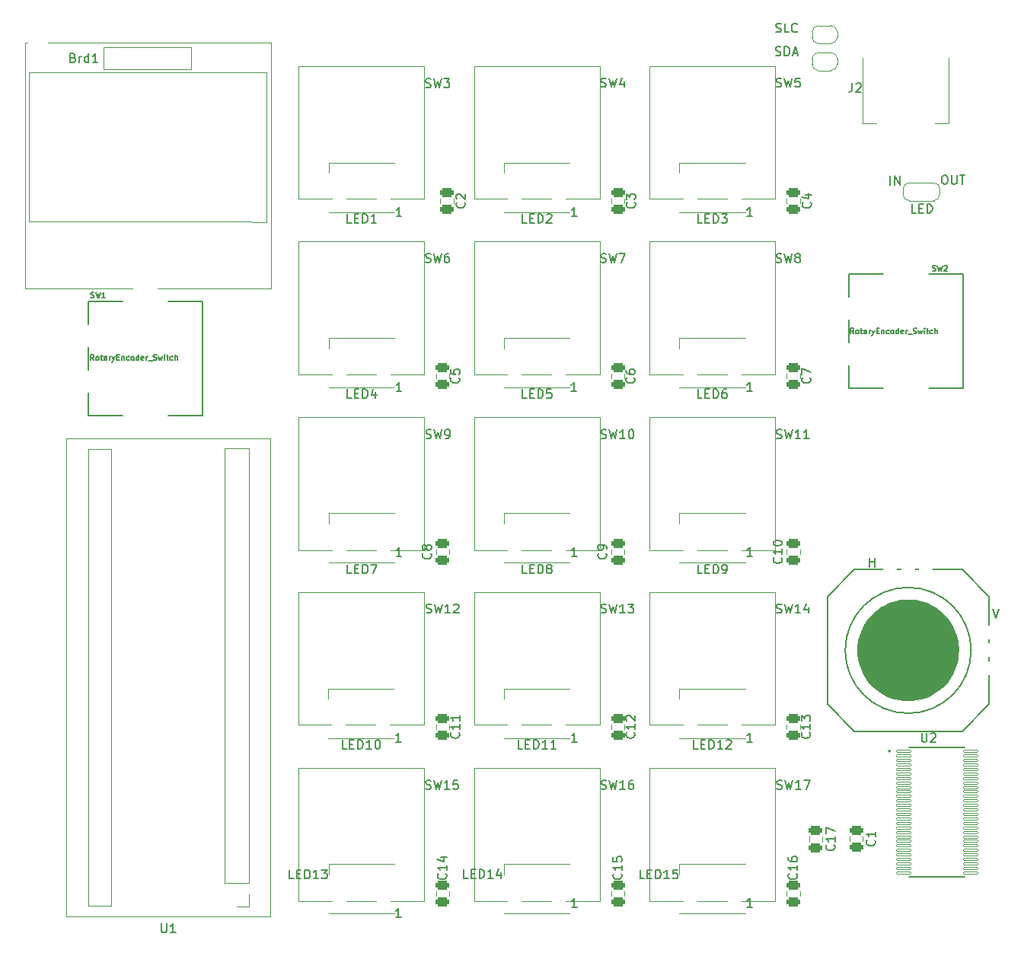
<source format=gto>
%TF.GenerationSoftware,KiCad,Pcbnew,(6.0.4)*%
%TF.CreationDate,2022-04-24T15:44:46-04:00*%
%TF.ProjectId,keeb,6b656562-2e6b-4696-9361-645f70636258,rev?*%
%TF.SameCoordinates,Original*%
%TF.FileFunction,Legend,Top*%
%TF.FilePolarity,Positive*%
%FSLAX46Y46*%
G04 Gerber Fmt 4.6, Leading zero omitted, Abs format (unit mm)*
G04 Created by KiCad (PCBNEW (6.0.4)) date 2022-04-24 15:44:46*
%MOMM*%
%LPD*%
G01*
G04 APERTURE LIST*
G04 Aperture macros list*
%AMRoundRect*
0 Rectangle with rounded corners*
0 $1 Rounding radius*
0 $2 $3 $4 $5 $6 $7 $8 $9 X,Y pos of 4 corners*
0 Add a 4 corners polygon primitive as box body*
4,1,4,$2,$3,$4,$5,$6,$7,$8,$9,$2,$3,0*
0 Add four circle primitives for the rounded corners*
1,1,$1+$1,$2,$3*
1,1,$1+$1,$4,$5*
1,1,$1+$1,$6,$7*
1,1,$1+$1,$8,$9*
0 Add four rect primitives between the rounded corners*
20,1,$1+$1,$2,$3,$4,$5,0*
20,1,$1+$1,$4,$5,$6,$7,0*
20,1,$1+$1,$6,$7,$8,$9,0*
20,1,$1+$1,$8,$9,$2,$3,0*%
%AMFreePoly0*
4,1,22,0.500000,-0.750000,0.000000,-0.750000,0.000000,-0.745033,-0.079941,-0.743568,-0.215256,-0.701293,-0.333266,-0.622738,-0.424486,-0.514219,-0.481581,-0.384460,-0.499164,-0.250000,-0.500000,-0.250000,-0.500000,0.250000,-0.499164,0.250000,-0.499963,0.256109,-0.478152,0.396186,-0.417904,0.524511,-0.324060,0.630769,-0.204165,0.706417,-0.067858,0.745374,0.000000,0.744959,0.000000,0.750000,
0.500000,0.750000,0.500000,-0.750000,0.500000,-0.750000,$1*%
%AMFreePoly1*
4,1,20,0.000000,0.744959,0.073905,0.744508,0.209726,0.703889,0.328688,0.626782,0.421226,0.519385,0.479903,0.390333,0.500000,0.250000,0.500000,-0.250000,0.499851,-0.262216,0.476331,-0.402017,0.414519,-0.529596,0.319384,-0.634700,0.198574,-0.708877,0.061801,-0.746166,0.000000,-0.745033,0.000000,-0.750000,-0.500000,-0.750000,-0.500000,0.750000,0.000000,0.750000,0.000000,0.744959,
0.000000,0.744959,$1*%
%AMFreePoly2*
4,1,22,0.550000,-0.750000,0.000000,-0.750000,0.000000,-0.745033,-0.079941,-0.743568,-0.215256,-0.701293,-0.333266,-0.622738,-0.424486,-0.514219,-0.481581,-0.384460,-0.499164,-0.250000,-0.500000,-0.250000,-0.500000,0.250000,-0.499164,0.250000,-0.499963,0.256109,-0.478152,0.396186,-0.417904,0.524511,-0.324060,0.630769,-0.204165,0.706417,-0.067858,0.745374,0.000000,0.744959,0.000000,0.750000,
0.550000,0.750000,0.550000,-0.750000,0.550000,-0.750000,$1*%
%AMFreePoly3*
4,1,20,0.000000,0.744959,0.073905,0.744508,0.209726,0.703889,0.328688,0.626782,0.421226,0.519385,0.479903,0.390333,0.500000,0.250000,0.500000,-0.250000,0.499851,-0.262216,0.476331,-0.402017,0.414519,-0.529596,0.319384,-0.634700,0.198574,-0.708877,0.061801,-0.746166,0.000000,-0.745033,0.000000,-0.750000,-0.550000,-0.750000,-0.550000,0.750000,0.000000,0.750000,0.000000,0.744959,
0.000000,0.744959,$1*%
G04 Aperture macros list end*
%ADD10C,0.150000*%
%ADD11C,0.127000*%
%ADD12C,0.120000*%
%ADD13C,0.203200*%
%ADD14C,0.200000*%
%ADD15RoundRect,0.250000X0.475000X-0.250000X0.475000X0.250000X-0.475000X0.250000X-0.475000X-0.250000X0*%
%ADD16C,4.000000*%
%ADD17C,2.500000*%
%ADD18FreePoly0,0.000000*%
%ADD19FreePoly1,0.000000*%
%ADD20R,1.500000X1.000000*%
%ADD21FreePoly2,0.000000*%
%ADD22R,1.000000X1.500000*%
%ADD23FreePoly3,0.000000*%
%ADD24C,1.727200*%
%ADD25C,3.505200*%
%ADD26O,1.600000X2.000000*%
%ADD27C,2.700000*%
%ADD28R,1.700000X1.700000*%
%ADD29C,1.700000*%
%ADD30RoundRect,0.020300X-0.774700X-0.124700X0.774700X-0.124700X0.774700X0.124700X-0.774700X0.124700X0*%
%ADD31RoundRect,0.020300X0.774700X0.124700X-0.774700X0.124700X-0.774700X-0.124700X0.774700X-0.124700X0*%
%ADD32C,1.600000*%
%ADD33O,1.601600X3.101600*%
%ADD34O,3.101600X1.601600*%
%ADD35RoundRect,0.250000X-0.475000X0.250000X-0.475000X-0.250000X0.475000X-0.250000X0.475000X0.250000X0*%
%ADD36C,0.650000*%
%ADD37O,0.950000X0.650000*%
%ADD38R,0.300000X0.700000*%
%ADD39O,0.800000X1.400000*%
G04 APERTURE END LIST*
D10*
X187726190Y-72002380D02*
X187726190Y-71002380D01*
X188202380Y-72002380D02*
X188202380Y-71002380D01*
X188773809Y-72002380D01*
X188773809Y-71002380D01*
X175009523Y-55004761D02*
X175152380Y-55052380D01*
X175390476Y-55052380D01*
X175485714Y-55004761D01*
X175533333Y-54957142D01*
X175580952Y-54861904D01*
X175580952Y-54766666D01*
X175533333Y-54671428D01*
X175485714Y-54623809D01*
X175390476Y-54576190D01*
X175200000Y-54528571D01*
X175104761Y-54480952D01*
X175057142Y-54433333D01*
X175009523Y-54338095D01*
X175009523Y-54242857D01*
X175057142Y-54147619D01*
X175104761Y-54100000D01*
X175200000Y-54052380D01*
X175438095Y-54052380D01*
X175580952Y-54100000D01*
X176485714Y-55052380D02*
X176009523Y-55052380D01*
X176009523Y-54052380D01*
X177390476Y-54957142D02*
X177342857Y-55004761D01*
X177200000Y-55052380D01*
X177104761Y-55052380D01*
X176961904Y-55004761D01*
X176866666Y-54909523D01*
X176819047Y-54814285D01*
X176771428Y-54623809D01*
X176771428Y-54480952D01*
X176819047Y-54290476D01*
X176866666Y-54195238D01*
X176961904Y-54100000D01*
X177104761Y-54052380D01*
X177200000Y-54052380D01*
X177342857Y-54100000D01*
X177390476Y-54147619D01*
X190607142Y-75152380D02*
X190130952Y-75152380D01*
X190130952Y-74152380D01*
X190940476Y-74628571D02*
X191273809Y-74628571D01*
X191416666Y-75152380D02*
X190940476Y-75152380D01*
X190940476Y-74152380D01*
X191416666Y-74152380D01*
X191845238Y-75152380D02*
X191845238Y-74152380D01*
X192083333Y-74152380D01*
X192226190Y-74200000D01*
X192321428Y-74295238D01*
X192369047Y-74390476D01*
X192416666Y-74580952D01*
X192416666Y-74723809D01*
X192369047Y-74914285D01*
X192321428Y-75009523D01*
X192226190Y-75104761D01*
X192083333Y-75152380D01*
X191845238Y-75152380D01*
X174985714Y-57604761D02*
X175128571Y-57652380D01*
X175366666Y-57652380D01*
X175461904Y-57604761D01*
X175509523Y-57557142D01*
X175557142Y-57461904D01*
X175557142Y-57366666D01*
X175509523Y-57271428D01*
X175461904Y-57223809D01*
X175366666Y-57176190D01*
X175176190Y-57128571D01*
X175080952Y-57080952D01*
X175033333Y-57033333D01*
X174985714Y-56938095D01*
X174985714Y-56842857D01*
X175033333Y-56747619D01*
X175080952Y-56700000D01*
X175176190Y-56652380D01*
X175414285Y-56652380D01*
X175557142Y-56700000D01*
X175985714Y-57652380D02*
X175985714Y-56652380D01*
X176223809Y-56652380D01*
X176366666Y-56700000D01*
X176461904Y-56795238D01*
X176509523Y-56890476D01*
X176557142Y-57080952D01*
X176557142Y-57223809D01*
X176509523Y-57414285D01*
X176461904Y-57509523D01*
X176366666Y-57604761D01*
X176223809Y-57652380D01*
X175985714Y-57652380D01*
X176938095Y-57366666D02*
X177414285Y-57366666D01*
X176842857Y-57652380D02*
X177176190Y-56652380D01*
X177509523Y-57652380D01*
X193700000Y-70952380D02*
X193890476Y-70952380D01*
X193985714Y-71000000D01*
X194080952Y-71095238D01*
X194128571Y-71285714D01*
X194128571Y-71619047D01*
X194080952Y-71809523D01*
X193985714Y-71904761D01*
X193890476Y-71952380D01*
X193700000Y-71952380D01*
X193604761Y-71904761D01*
X193509523Y-71809523D01*
X193461904Y-71619047D01*
X193461904Y-71285714D01*
X193509523Y-71095238D01*
X193604761Y-71000000D01*
X193700000Y-70952380D01*
X194557142Y-70952380D02*
X194557142Y-71761904D01*
X194604761Y-71857142D01*
X194652380Y-71904761D01*
X194747619Y-71952380D01*
X194938095Y-71952380D01*
X195033333Y-71904761D01*
X195080952Y-71857142D01*
X195128571Y-71761904D01*
X195128571Y-70952380D01*
X195461904Y-70952380D02*
X196033333Y-70952380D01*
X195747619Y-71952380D02*
X195747619Y-70952380D01*
%TO.C,C14*%
X138307142Y-148642857D02*
X138354761Y-148690476D01*
X138402380Y-148833333D01*
X138402380Y-148928571D01*
X138354761Y-149071428D01*
X138259523Y-149166666D01*
X138164285Y-149214285D01*
X137973809Y-149261904D01*
X137830952Y-149261904D01*
X137640476Y-149214285D01*
X137545238Y-149166666D01*
X137450000Y-149071428D01*
X137402380Y-148928571D01*
X137402380Y-148833333D01*
X137450000Y-148690476D01*
X137497619Y-148642857D01*
X138402380Y-147690476D02*
X138402380Y-148261904D01*
X138402380Y-147976190D02*
X137402380Y-147976190D01*
X137545238Y-148071428D01*
X137640476Y-148166666D01*
X137688095Y-148261904D01*
X137735714Y-146833333D02*
X138402380Y-146833333D01*
X137354761Y-147071428D02*
X138069047Y-147309523D01*
X138069047Y-146690476D01*
%TO.C,SW5*%
X175066666Y-61104761D02*
X175209523Y-61152380D01*
X175447619Y-61152380D01*
X175542857Y-61104761D01*
X175590476Y-61057142D01*
X175638095Y-60961904D01*
X175638095Y-60866666D01*
X175590476Y-60771428D01*
X175542857Y-60723809D01*
X175447619Y-60676190D01*
X175257142Y-60628571D01*
X175161904Y-60580952D01*
X175114285Y-60533333D01*
X175066666Y-60438095D01*
X175066666Y-60342857D01*
X175114285Y-60247619D01*
X175161904Y-60200000D01*
X175257142Y-60152380D01*
X175495238Y-60152380D01*
X175638095Y-60200000D01*
X175971428Y-60152380D02*
X176209523Y-61152380D01*
X176400000Y-60438095D01*
X176590476Y-61152380D01*
X176828571Y-60152380D01*
X177685714Y-60152380D02*
X177209523Y-60152380D01*
X177161904Y-60628571D01*
X177209523Y-60580952D01*
X177304761Y-60533333D01*
X177542857Y-60533333D01*
X177638095Y-60580952D01*
X177685714Y-60628571D01*
X177733333Y-60723809D01*
X177733333Y-60961904D01*
X177685714Y-61057142D01*
X177638095Y-61104761D01*
X177542857Y-61152380D01*
X177304761Y-61152380D01*
X177209523Y-61104761D01*
X177161904Y-61057142D01*
%TO.C,SW6*%
X136066666Y-80604761D02*
X136209523Y-80652380D01*
X136447619Y-80652380D01*
X136542857Y-80604761D01*
X136590476Y-80557142D01*
X136638095Y-80461904D01*
X136638095Y-80366666D01*
X136590476Y-80271428D01*
X136542857Y-80223809D01*
X136447619Y-80176190D01*
X136257142Y-80128571D01*
X136161904Y-80080952D01*
X136114285Y-80033333D01*
X136066666Y-79938095D01*
X136066666Y-79842857D01*
X136114285Y-79747619D01*
X136161904Y-79700000D01*
X136257142Y-79652380D01*
X136495238Y-79652380D01*
X136638095Y-79700000D01*
X136971428Y-79652380D02*
X137209523Y-80652380D01*
X137400000Y-79938095D01*
X137590476Y-80652380D01*
X137828571Y-79652380D01*
X138638095Y-79652380D02*
X138447619Y-79652380D01*
X138352380Y-79700000D01*
X138304761Y-79747619D01*
X138209523Y-79890476D01*
X138161904Y-80080952D01*
X138161904Y-80461904D01*
X138209523Y-80557142D01*
X138257142Y-80604761D01*
X138352380Y-80652380D01*
X138542857Y-80652380D01*
X138638095Y-80604761D01*
X138685714Y-80557142D01*
X138733333Y-80461904D01*
X138733333Y-80223809D01*
X138685714Y-80128571D01*
X138638095Y-80080952D01*
X138542857Y-80033333D01*
X138352380Y-80033333D01*
X138257142Y-80080952D01*
X138209523Y-80128571D01*
X138161904Y-80223809D01*
%TO.C,SW7*%
X155566666Y-80604761D02*
X155709523Y-80652380D01*
X155947619Y-80652380D01*
X156042857Y-80604761D01*
X156090476Y-80557142D01*
X156138095Y-80461904D01*
X156138095Y-80366666D01*
X156090476Y-80271428D01*
X156042857Y-80223809D01*
X155947619Y-80176190D01*
X155757142Y-80128571D01*
X155661904Y-80080952D01*
X155614285Y-80033333D01*
X155566666Y-79938095D01*
X155566666Y-79842857D01*
X155614285Y-79747619D01*
X155661904Y-79700000D01*
X155757142Y-79652380D01*
X155995238Y-79652380D01*
X156138095Y-79700000D01*
X156471428Y-79652380D02*
X156709523Y-80652380D01*
X156900000Y-79938095D01*
X157090476Y-80652380D01*
X157328571Y-79652380D01*
X157614285Y-79652380D02*
X158280952Y-79652380D01*
X157852380Y-80652380D01*
%TO.C,C12*%
X159257142Y-132942857D02*
X159304761Y-132990476D01*
X159352380Y-133133333D01*
X159352380Y-133228571D01*
X159304761Y-133371428D01*
X159209523Y-133466666D01*
X159114285Y-133514285D01*
X158923809Y-133561904D01*
X158780952Y-133561904D01*
X158590476Y-133514285D01*
X158495238Y-133466666D01*
X158400000Y-133371428D01*
X158352380Y-133228571D01*
X158352380Y-133133333D01*
X158400000Y-132990476D01*
X158447619Y-132942857D01*
X159352380Y-131990476D02*
X159352380Y-132561904D01*
X159352380Y-132276190D02*
X158352380Y-132276190D01*
X158495238Y-132371428D01*
X158590476Y-132466666D01*
X158638095Y-132561904D01*
X158447619Y-131609523D02*
X158400000Y-131561904D01*
X158352380Y-131466666D01*
X158352380Y-131228571D01*
X158400000Y-131133333D01*
X158447619Y-131085714D01*
X158542857Y-131038095D01*
X158638095Y-131038095D01*
X158780952Y-131085714D01*
X159352380Y-131657142D01*
X159352380Y-131038095D01*
%TO.C,LED14*%
X140804761Y-149152380D02*
X140328571Y-149152380D01*
X140328571Y-148152380D01*
X141138095Y-148628571D02*
X141471428Y-148628571D01*
X141614285Y-149152380D02*
X141138095Y-149152380D01*
X141138095Y-148152380D01*
X141614285Y-148152380D01*
X142042857Y-149152380D02*
X142042857Y-148152380D01*
X142280952Y-148152380D01*
X142423809Y-148200000D01*
X142519047Y-148295238D01*
X142566666Y-148390476D01*
X142614285Y-148580952D01*
X142614285Y-148723809D01*
X142566666Y-148914285D01*
X142519047Y-149009523D01*
X142423809Y-149104761D01*
X142280952Y-149152380D01*
X142042857Y-149152380D01*
X143566666Y-149152380D02*
X142995238Y-149152380D01*
X143280952Y-149152380D02*
X143280952Y-148152380D01*
X143185714Y-148295238D01*
X143090476Y-148390476D01*
X142995238Y-148438095D01*
X144423809Y-148485714D02*
X144423809Y-149152380D01*
X144185714Y-148104761D02*
X143947619Y-148819047D01*
X144566666Y-148819047D01*
X152885714Y-152352380D02*
X152314285Y-152352380D01*
X152600000Y-152352380D02*
X152600000Y-151352380D01*
X152504761Y-151495238D01*
X152409523Y-151590476D01*
X152314285Y-151638095D01*
%TO.C,LED13*%
X121404761Y-149202380D02*
X120928571Y-149202380D01*
X120928571Y-148202380D01*
X121738095Y-148678571D02*
X122071428Y-148678571D01*
X122214285Y-149202380D02*
X121738095Y-149202380D01*
X121738095Y-148202380D01*
X122214285Y-148202380D01*
X122642857Y-149202380D02*
X122642857Y-148202380D01*
X122880952Y-148202380D01*
X123023809Y-148250000D01*
X123119047Y-148345238D01*
X123166666Y-148440476D01*
X123214285Y-148630952D01*
X123214285Y-148773809D01*
X123166666Y-148964285D01*
X123119047Y-149059523D01*
X123023809Y-149154761D01*
X122880952Y-149202380D01*
X122642857Y-149202380D01*
X124166666Y-149202380D02*
X123595238Y-149202380D01*
X123880952Y-149202380D02*
X123880952Y-148202380D01*
X123785714Y-148345238D01*
X123690476Y-148440476D01*
X123595238Y-148488095D01*
X124500000Y-148202380D02*
X125119047Y-148202380D01*
X124785714Y-148583333D01*
X124928571Y-148583333D01*
X125023809Y-148630952D01*
X125071428Y-148678571D01*
X125119047Y-148773809D01*
X125119047Y-149011904D01*
X125071428Y-149107142D01*
X125023809Y-149154761D01*
X124928571Y-149202380D01*
X124642857Y-149202380D01*
X124547619Y-149154761D01*
X124500000Y-149107142D01*
X133335714Y-153502380D02*
X132764285Y-153502380D01*
X133050000Y-153502380D02*
X133050000Y-152502380D01*
X132954761Y-152645238D01*
X132859523Y-152740476D01*
X132764285Y-152788095D01*
%TO.C,C11*%
X139757142Y-132942857D02*
X139804761Y-132990476D01*
X139852380Y-133133333D01*
X139852380Y-133228571D01*
X139804761Y-133371428D01*
X139709523Y-133466666D01*
X139614285Y-133514285D01*
X139423809Y-133561904D01*
X139280952Y-133561904D01*
X139090476Y-133514285D01*
X138995238Y-133466666D01*
X138900000Y-133371428D01*
X138852380Y-133228571D01*
X138852380Y-133133333D01*
X138900000Y-132990476D01*
X138947619Y-132942857D01*
X139852380Y-131990476D02*
X139852380Y-132561904D01*
X139852380Y-132276190D02*
X138852380Y-132276190D01*
X138995238Y-132371428D01*
X139090476Y-132466666D01*
X139138095Y-132561904D01*
X139852380Y-131038095D02*
X139852380Y-131609523D01*
X139852380Y-131323809D02*
X138852380Y-131323809D01*
X138995238Y-131419047D01*
X139090476Y-131514285D01*
X139138095Y-131609523D01*
%TO.C,LED3*%
X166830952Y-76252380D02*
X166354761Y-76252380D01*
X166354761Y-75252380D01*
X167164285Y-75728571D02*
X167497619Y-75728571D01*
X167640476Y-76252380D02*
X167164285Y-76252380D01*
X167164285Y-75252380D01*
X167640476Y-75252380D01*
X168069047Y-76252380D02*
X168069047Y-75252380D01*
X168307142Y-75252380D01*
X168450000Y-75300000D01*
X168545238Y-75395238D01*
X168592857Y-75490476D01*
X168640476Y-75680952D01*
X168640476Y-75823809D01*
X168592857Y-76014285D01*
X168545238Y-76109523D01*
X168450000Y-76204761D01*
X168307142Y-76252380D01*
X168069047Y-76252380D01*
X168973809Y-75252380D02*
X169592857Y-75252380D01*
X169259523Y-75633333D01*
X169402380Y-75633333D01*
X169497619Y-75680952D01*
X169545238Y-75728571D01*
X169592857Y-75823809D01*
X169592857Y-76061904D01*
X169545238Y-76157142D01*
X169497619Y-76204761D01*
X169402380Y-76252380D01*
X169116666Y-76252380D01*
X169021428Y-76204761D01*
X168973809Y-76157142D01*
X172385714Y-75502380D02*
X171814285Y-75502380D01*
X172100000Y-75502380D02*
X172100000Y-74502380D01*
X172004761Y-74645238D01*
X171909523Y-74740476D01*
X171814285Y-74788095D01*
D11*
%TO.C,SW2*%
X192447200Y-81561742D02*
X192534285Y-81590771D01*
X192679428Y-81590771D01*
X192737485Y-81561742D01*
X192766514Y-81532714D01*
X192795542Y-81474657D01*
X192795542Y-81416600D01*
X192766514Y-81358542D01*
X192737485Y-81329514D01*
X192679428Y-81300485D01*
X192563314Y-81271457D01*
X192505257Y-81242428D01*
X192476228Y-81213400D01*
X192447200Y-81155342D01*
X192447200Y-81097285D01*
X192476228Y-81039228D01*
X192505257Y-81010200D01*
X192563314Y-80981171D01*
X192708457Y-80981171D01*
X192795542Y-81010200D01*
X192998742Y-80981171D02*
X193143885Y-81590771D01*
X193260000Y-81155342D01*
X193376114Y-81590771D01*
X193521257Y-80981171D01*
X193724457Y-81039228D02*
X193753485Y-81010200D01*
X193811542Y-80981171D01*
X193956685Y-80981171D01*
X194014742Y-81010200D01*
X194043771Y-81039228D01*
X194072800Y-81097285D01*
X194072800Y-81155342D01*
X194043771Y-81242428D01*
X193695428Y-81590771D01*
X194072800Y-81590771D01*
X183679600Y-88575771D02*
X183476400Y-88285485D01*
X183331257Y-88575771D02*
X183331257Y-87966171D01*
X183563485Y-87966171D01*
X183621542Y-87995200D01*
X183650571Y-88024228D01*
X183679600Y-88082285D01*
X183679600Y-88169371D01*
X183650571Y-88227428D01*
X183621542Y-88256457D01*
X183563485Y-88285485D01*
X183331257Y-88285485D01*
X184027942Y-88575771D02*
X183969885Y-88546742D01*
X183940857Y-88517714D01*
X183911828Y-88459657D01*
X183911828Y-88285485D01*
X183940857Y-88227428D01*
X183969885Y-88198400D01*
X184027942Y-88169371D01*
X184115028Y-88169371D01*
X184173085Y-88198400D01*
X184202114Y-88227428D01*
X184231142Y-88285485D01*
X184231142Y-88459657D01*
X184202114Y-88517714D01*
X184173085Y-88546742D01*
X184115028Y-88575771D01*
X184027942Y-88575771D01*
X184405314Y-88169371D02*
X184637542Y-88169371D01*
X184492400Y-87966171D02*
X184492400Y-88488685D01*
X184521428Y-88546742D01*
X184579485Y-88575771D01*
X184637542Y-88575771D01*
X185102000Y-88575771D02*
X185102000Y-88256457D01*
X185072971Y-88198400D01*
X185014914Y-88169371D01*
X184898800Y-88169371D01*
X184840742Y-88198400D01*
X185102000Y-88546742D02*
X185043942Y-88575771D01*
X184898800Y-88575771D01*
X184840742Y-88546742D01*
X184811714Y-88488685D01*
X184811714Y-88430628D01*
X184840742Y-88372571D01*
X184898800Y-88343542D01*
X185043942Y-88343542D01*
X185102000Y-88314514D01*
X185392285Y-88575771D02*
X185392285Y-88169371D01*
X185392285Y-88285485D02*
X185421314Y-88227428D01*
X185450342Y-88198400D01*
X185508400Y-88169371D01*
X185566457Y-88169371D01*
X185711600Y-88169371D02*
X185856742Y-88575771D01*
X186001885Y-88169371D02*
X185856742Y-88575771D01*
X185798685Y-88720914D01*
X185769657Y-88749942D01*
X185711600Y-88778971D01*
X186234114Y-88256457D02*
X186437314Y-88256457D01*
X186524400Y-88575771D02*
X186234114Y-88575771D01*
X186234114Y-87966171D01*
X186524400Y-87966171D01*
X186785657Y-88169371D02*
X186785657Y-88575771D01*
X186785657Y-88227428D02*
X186814685Y-88198400D01*
X186872742Y-88169371D01*
X186959828Y-88169371D01*
X187017885Y-88198400D01*
X187046914Y-88256457D01*
X187046914Y-88575771D01*
X187598457Y-88546742D02*
X187540400Y-88575771D01*
X187424285Y-88575771D01*
X187366228Y-88546742D01*
X187337200Y-88517714D01*
X187308171Y-88459657D01*
X187308171Y-88285485D01*
X187337200Y-88227428D01*
X187366228Y-88198400D01*
X187424285Y-88169371D01*
X187540400Y-88169371D01*
X187598457Y-88198400D01*
X187946800Y-88575771D02*
X187888742Y-88546742D01*
X187859714Y-88517714D01*
X187830685Y-88459657D01*
X187830685Y-88285485D01*
X187859714Y-88227428D01*
X187888742Y-88198400D01*
X187946800Y-88169371D01*
X188033885Y-88169371D01*
X188091942Y-88198400D01*
X188120971Y-88227428D01*
X188150000Y-88285485D01*
X188150000Y-88459657D01*
X188120971Y-88517714D01*
X188091942Y-88546742D01*
X188033885Y-88575771D01*
X187946800Y-88575771D01*
X188672514Y-88575771D02*
X188672514Y-87966171D01*
X188672514Y-88546742D02*
X188614457Y-88575771D01*
X188498342Y-88575771D01*
X188440285Y-88546742D01*
X188411257Y-88517714D01*
X188382228Y-88459657D01*
X188382228Y-88285485D01*
X188411257Y-88227428D01*
X188440285Y-88198400D01*
X188498342Y-88169371D01*
X188614457Y-88169371D01*
X188672514Y-88198400D01*
X189195028Y-88546742D02*
X189136971Y-88575771D01*
X189020857Y-88575771D01*
X188962800Y-88546742D01*
X188933771Y-88488685D01*
X188933771Y-88256457D01*
X188962800Y-88198400D01*
X189020857Y-88169371D01*
X189136971Y-88169371D01*
X189195028Y-88198400D01*
X189224057Y-88256457D01*
X189224057Y-88314514D01*
X188933771Y-88372571D01*
X189485314Y-88575771D02*
X189485314Y-88169371D01*
X189485314Y-88285485D02*
X189514342Y-88227428D01*
X189543371Y-88198400D01*
X189601428Y-88169371D01*
X189659485Y-88169371D01*
X189717542Y-88633828D02*
X190182000Y-88633828D01*
X190298114Y-88546742D02*
X190385200Y-88575771D01*
X190530342Y-88575771D01*
X190588400Y-88546742D01*
X190617428Y-88517714D01*
X190646457Y-88459657D01*
X190646457Y-88401600D01*
X190617428Y-88343542D01*
X190588400Y-88314514D01*
X190530342Y-88285485D01*
X190414228Y-88256457D01*
X190356171Y-88227428D01*
X190327142Y-88198400D01*
X190298114Y-88140342D01*
X190298114Y-88082285D01*
X190327142Y-88024228D01*
X190356171Y-87995200D01*
X190414228Y-87966171D01*
X190559371Y-87966171D01*
X190646457Y-87995200D01*
X190849657Y-88169371D02*
X190965771Y-88575771D01*
X191081885Y-88285485D01*
X191198000Y-88575771D01*
X191314114Y-88169371D01*
X191546342Y-88575771D02*
X191546342Y-88169371D01*
X191546342Y-87966171D02*
X191517314Y-87995200D01*
X191546342Y-88024228D01*
X191575371Y-87995200D01*
X191546342Y-87966171D01*
X191546342Y-88024228D01*
X191749542Y-88169371D02*
X191981771Y-88169371D01*
X191836628Y-87966171D02*
X191836628Y-88488685D01*
X191865657Y-88546742D01*
X191923714Y-88575771D01*
X191981771Y-88575771D01*
X192446228Y-88546742D02*
X192388171Y-88575771D01*
X192272057Y-88575771D01*
X192214000Y-88546742D01*
X192184971Y-88517714D01*
X192155942Y-88459657D01*
X192155942Y-88285485D01*
X192184971Y-88227428D01*
X192214000Y-88198400D01*
X192272057Y-88169371D01*
X192388171Y-88169371D01*
X192446228Y-88198400D01*
X192707485Y-88575771D02*
X192707485Y-87966171D01*
X192968742Y-88575771D02*
X192968742Y-88256457D01*
X192939714Y-88198400D01*
X192881657Y-88169371D01*
X192794571Y-88169371D01*
X192736514Y-88198400D01*
X192707485Y-88227428D01*
D10*
%TO.C,C13*%
X178757142Y-132942857D02*
X178804761Y-132990476D01*
X178852380Y-133133333D01*
X178852380Y-133228571D01*
X178804761Y-133371428D01*
X178709523Y-133466666D01*
X178614285Y-133514285D01*
X178423809Y-133561904D01*
X178280952Y-133561904D01*
X178090476Y-133514285D01*
X177995238Y-133466666D01*
X177900000Y-133371428D01*
X177852380Y-133228571D01*
X177852380Y-133133333D01*
X177900000Y-132990476D01*
X177947619Y-132942857D01*
X178852380Y-131990476D02*
X178852380Y-132561904D01*
X178852380Y-132276190D02*
X177852380Y-132276190D01*
X177995238Y-132371428D01*
X178090476Y-132466666D01*
X178138095Y-132561904D01*
X177852380Y-131657142D02*
X177852380Y-131038095D01*
X178233333Y-131371428D01*
X178233333Y-131228571D01*
X178280952Y-131133333D01*
X178328571Y-131085714D01*
X178423809Y-131038095D01*
X178661904Y-131038095D01*
X178757142Y-131085714D01*
X178804761Y-131133333D01*
X178852380Y-131228571D01*
X178852380Y-131514285D01*
X178804761Y-131609523D01*
X178757142Y-131657142D01*
%TO.C,SW4*%
X155566666Y-61104761D02*
X155709523Y-61152380D01*
X155947619Y-61152380D01*
X156042857Y-61104761D01*
X156090476Y-61057142D01*
X156138095Y-60961904D01*
X156138095Y-60866666D01*
X156090476Y-60771428D01*
X156042857Y-60723809D01*
X155947619Y-60676190D01*
X155757142Y-60628571D01*
X155661904Y-60580952D01*
X155614285Y-60533333D01*
X155566666Y-60438095D01*
X155566666Y-60342857D01*
X155614285Y-60247619D01*
X155661904Y-60200000D01*
X155757142Y-60152380D01*
X155995238Y-60152380D01*
X156138095Y-60200000D01*
X156471428Y-60152380D02*
X156709523Y-61152380D01*
X156900000Y-60438095D01*
X157090476Y-61152380D01*
X157328571Y-60152380D01*
X158138095Y-60485714D02*
X158138095Y-61152380D01*
X157900000Y-60104761D02*
X157661904Y-60819047D01*
X158280952Y-60819047D01*
%TO.C,SW11*%
X175090476Y-100204761D02*
X175233333Y-100252380D01*
X175471428Y-100252380D01*
X175566666Y-100204761D01*
X175614285Y-100157142D01*
X175661904Y-100061904D01*
X175661904Y-99966666D01*
X175614285Y-99871428D01*
X175566666Y-99823809D01*
X175471428Y-99776190D01*
X175280952Y-99728571D01*
X175185714Y-99680952D01*
X175138095Y-99633333D01*
X175090476Y-99538095D01*
X175090476Y-99442857D01*
X175138095Y-99347619D01*
X175185714Y-99300000D01*
X175280952Y-99252380D01*
X175519047Y-99252380D01*
X175661904Y-99300000D01*
X175995238Y-99252380D02*
X176233333Y-100252380D01*
X176423809Y-99538095D01*
X176614285Y-100252380D01*
X176852380Y-99252380D01*
X177757142Y-100252380D02*
X177185714Y-100252380D01*
X177471428Y-100252380D02*
X177471428Y-99252380D01*
X177376190Y-99395238D01*
X177280952Y-99490476D01*
X177185714Y-99538095D01*
X178709523Y-100252380D02*
X178138095Y-100252380D01*
X178423809Y-100252380D02*
X178423809Y-99252380D01*
X178328571Y-99395238D01*
X178233333Y-99490476D01*
X178138095Y-99538095D01*
%TO.C,Brd1*%
X96883333Y-57878571D02*
X97026190Y-57926190D01*
X97073809Y-57973809D01*
X97121428Y-58069047D01*
X97121428Y-58211904D01*
X97073809Y-58307142D01*
X97026190Y-58354761D01*
X96930952Y-58402380D01*
X96550000Y-58402380D01*
X96550000Y-57402380D01*
X96883333Y-57402380D01*
X96978571Y-57450000D01*
X97026190Y-57497619D01*
X97073809Y-57592857D01*
X97073809Y-57688095D01*
X97026190Y-57783333D01*
X96978571Y-57830952D01*
X96883333Y-57878571D01*
X96550000Y-57878571D01*
X97550000Y-58402380D02*
X97550000Y-57735714D01*
X97550000Y-57926190D02*
X97597619Y-57830952D01*
X97645238Y-57783333D01*
X97740476Y-57735714D01*
X97835714Y-57735714D01*
X98597619Y-58402380D02*
X98597619Y-57402380D01*
X98597619Y-58354761D02*
X98502380Y-58402380D01*
X98311904Y-58402380D01*
X98216666Y-58354761D01*
X98169047Y-58307142D01*
X98121428Y-58211904D01*
X98121428Y-57926190D01*
X98169047Y-57830952D01*
X98216666Y-57783333D01*
X98311904Y-57735714D01*
X98502380Y-57735714D01*
X98597619Y-57783333D01*
X99597619Y-58402380D02*
X99026190Y-58402380D01*
X99311904Y-58402380D02*
X99311904Y-57402380D01*
X99216666Y-57545238D01*
X99121428Y-57640476D01*
X99026190Y-57688095D01*
%TO.C,U1*%
X106688095Y-154192380D02*
X106688095Y-155001904D01*
X106735714Y-155097142D01*
X106783333Y-155144761D01*
X106878571Y-155192380D01*
X107069047Y-155192380D01*
X107164285Y-155144761D01*
X107211904Y-155097142D01*
X107259523Y-155001904D01*
X107259523Y-154192380D01*
X108259523Y-155192380D02*
X107688095Y-155192380D01*
X107973809Y-155192380D02*
X107973809Y-154192380D01*
X107878571Y-154335238D01*
X107783333Y-154430476D01*
X107688095Y-154478095D01*
%TO.C,C5*%
X139757142Y-93466666D02*
X139804761Y-93514285D01*
X139852380Y-93657142D01*
X139852380Y-93752380D01*
X139804761Y-93895238D01*
X139709523Y-93990476D01*
X139614285Y-94038095D01*
X139423809Y-94085714D01*
X139280952Y-94085714D01*
X139090476Y-94038095D01*
X138995238Y-93990476D01*
X138900000Y-93895238D01*
X138852380Y-93752380D01*
X138852380Y-93657142D01*
X138900000Y-93514285D01*
X138947619Y-93466666D01*
X138852380Y-92561904D02*
X138852380Y-93038095D01*
X139328571Y-93085714D01*
X139280952Y-93038095D01*
X139233333Y-92942857D01*
X139233333Y-92704761D01*
X139280952Y-92609523D01*
X139328571Y-92561904D01*
X139423809Y-92514285D01*
X139661904Y-92514285D01*
X139757142Y-92561904D01*
X139804761Y-92609523D01*
X139852380Y-92704761D01*
X139852380Y-92942857D01*
X139804761Y-93038095D01*
X139757142Y-93085714D01*
%TO.C,C16*%
X177307142Y-148642857D02*
X177354761Y-148690476D01*
X177402380Y-148833333D01*
X177402380Y-148928571D01*
X177354761Y-149071428D01*
X177259523Y-149166666D01*
X177164285Y-149214285D01*
X176973809Y-149261904D01*
X176830952Y-149261904D01*
X176640476Y-149214285D01*
X176545238Y-149166666D01*
X176450000Y-149071428D01*
X176402380Y-148928571D01*
X176402380Y-148833333D01*
X176450000Y-148690476D01*
X176497619Y-148642857D01*
X177402380Y-147690476D02*
X177402380Y-148261904D01*
X177402380Y-147976190D02*
X176402380Y-147976190D01*
X176545238Y-148071428D01*
X176640476Y-148166666D01*
X176688095Y-148261904D01*
X176402380Y-146833333D02*
X176402380Y-147023809D01*
X176450000Y-147119047D01*
X176497619Y-147166666D01*
X176640476Y-147261904D01*
X176830952Y-147309523D01*
X177211904Y-147309523D01*
X177307142Y-147261904D01*
X177354761Y-147214285D01*
X177402380Y-147119047D01*
X177402380Y-146928571D01*
X177354761Y-146833333D01*
X177307142Y-146785714D01*
X177211904Y-146738095D01*
X176973809Y-146738095D01*
X176878571Y-146785714D01*
X176830952Y-146833333D01*
X176783333Y-146928571D01*
X176783333Y-147119047D01*
X176830952Y-147214285D01*
X176878571Y-147261904D01*
X176973809Y-147309523D01*
%TO.C,C8*%
X136627142Y-113016666D02*
X136674761Y-113064285D01*
X136722380Y-113207142D01*
X136722380Y-113302380D01*
X136674761Y-113445238D01*
X136579523Y-113540476D01*
X136484285Y-113588095D01*
X136293809Y-113635714D01*
X136150952Y-113635714D01*
X135960476Y-113588095D01*
X135865238Y-113540476D01*
X135770000Y-113445238D01*
X135722380Y-113302380D01*
X135722380Y-113207142D01*
X135770000Y-113064285D01*
X135817619Y-113016666D01*
X136150952Y-112445238D02*
X136103333Y-112540476D01*
X136055714Y-112588095D01*
X135960476Y-112635714D01*
X135912857Y-112635714D01*
X135817619Y-112588095D01*
X135770000Y-112540476D01*
X135722380Y-112445238D01*
X135722380Y-112254761D01*
X135770000Y-112159523D01*
X135817619Y-112111904D01*
X135912857Y-112064285D01*
X135960476Y-112064285D01*
X136055714Y-112111904D01*
X136103333Y-112159523D01*
X136150952Y-112254761D01*
X136150952Y-112445238D01*
X136198571Y-112540476D01*
X136246190Y-112588095D01*
X136341428Y-112635714D01*
X136531904Y-112635714D01*
X136627142Y-112588095D01*
X136674761Y-112540476D01*
X136722380Y-112445238D01*
X136722380Y-112254761D01*
X136674761Y-112159523D01*
X136627142Y-112111904D01*
X136531904Y-112064285D01*
X136341428Y-112064285D01*
X136246190Y-112111904D01*
X136198571Y-112159523D01*
X136150952Y-112254761D01*
%TO.C,SW12*%
X136140476Y-119604761D02*
X136283333Y-119652380D01*
X136521428Y-119652380D01*
X136616666Y-119604761D01*
X136664285Y-119557142D01*
X136711904Y-119461904D01*
X136711904Y-119366666D01*
X136664285Y-119271428D01*
X136616666Y-119223809D01*
X136521428Y-119176190D01*
X136330952Y-119128571D01*
X136235714Y-119080952D01*
X136188095Y-119033333D01*
X136140476Y-118938095D01*
X136140476Y-118842857D01*
X136188095Y-118747619D01*
X136235714Y-118700000D01*
X136330952Y-118652380D01*
X136569047Y-118652380D01*
X136711904Y-118700000D01*
X137045238Y-118652380D02*
X137283333Y-119652380D01*
X137473809Y-118938095D01*
X137664285Y-119652380D01*
X137902380Y-118652380D01*
X138807142Y-119652380D02*
X138235714Y-119652380D01*
X138521428Y-119652380D02*
X138521428Y-118652380D01*
X138426190Y-118795238D01*
X138330952Y-118890476D01*
X138235714Y-118938095D01*
X139188095Y-118747619D02*
X139235714Y-118700000D01*
X139330952Y-118652380D01*
X139569047Y-118652380D01*
X139664285Y-118700000D01*
X139711904Y-118747619D01*
X139759523Y-118842857D01*
X139759523Y-118938095D01*
X139711904Y-119080952D01*
X139140476Y-119652380D01*
X139759523Y-119652380D01*
%TO.C,SW3*%
X136066666Y-61154761D02*
X136209523Y-61202380D01*
X136447619Y-61202380D01*
X136542857Y-61154761D01*
X136590476Y-61107142D01*
X136638095Y-61011904D01*
X136638095Y-60916666D01*
X136590476Y-60821428D01*
X136542857Y-60773809D01*
X136447619Y-60726190D01*
X136257142Y-60678571D01*
X136161904Y-60630952D01*
X136114285Y-60583333D01*
X136066666Y-60488095D01*
X136066666Y-60392857D01*
X136114285Y-60297619D01*
X136161904Y-60250000D01*
X136257142Y-60202380D01*
X136495238Y-60202380D01*
X136638095Y-60250000D01*
X136971428Y-60202380D02*
X137209523Y-61202380D01*
X137400000Y-60488095D01*
X137590476Y-61202380D01*
X137828571Y-60202380D01*
X138114285Y-60202380D02*
X138733333Y-60202380D01*
X138400000Y-60583333D01*
X138542857Y-60583333D01*
X138638095Y-60630952D01*
X138685714Y-60678571D01*
X138733333Y-60773809D01*
X138733333Y-61011904D01*
X138685714Y-61107142D01*
X138638095Y-61154761D01*
X138542857Y-61202380D01*
X138257142Y-61202380D01*
X138161904Y-61154761D01*
X138114285Y-61107142D01*
%TO.C,LED11*%
X146854761Y-134752380D02*
X146378571Y-134752380D01*
X146378571Y-133752380D01*
X147188095Y-134228571D02*
X147521428Y-134228571D01*
X147664285Y-134752380D02*
X147188095Y-134752380D01*
X147188095Y-133752380D01*
X147664285Y-133752380D01*
X148092857Y-134752380D02*
X148092857Y-133752380D01*
X148330952Y-133752380D01*
X148473809Y-133800000D01*
X148569047Y-133895238D01*
X148616666Y-133990476D01*
X148664285Y-134180952D01*
X148664285Y-134323809D01*
X148616666Y-134514285D01*
X148569047Y-134609523D01*
X148473809Y-134704761D01*
X148330952Y-134752380D01*
X148092857Y-134752380D01*
X149616666Y-134752380D02*
X149045238Y-134752380D01*
X149330952Y-134752380D02*
X149330952Y-133752380D01*
X149235714Y-133895238D01*
X149140476Y-133990476D01*
X149045238Y-134038095D01*
X150569047Y-134752380D02*
X149997619Y-134752380D01*
X150283333Y-134752380D02*
X150283333Y-133752380D01*
X150188095Y-133895238D01*
X150092857Y-133990476D01*
X149997619Y-134038095D01*
X152885714Y-134002380D02*
X152314285Y-134002380D01*
X152600000Y-134002380D02*
X152600000Y-133002380D01*
X152504761Y-133145238D01*
X152409523Y-133240476D01*
X152314285Y-133288095D01*
%TO.C,C7*%
X178807142Y-93466666D02*
X178854761Y-93514285D01*
X178902380Y-93657142D01*
X178902380Y-93752380D01*
X178854761Y-93895238D01*
X178759523Y-93990476D01*
X178664285Y-94038095D01*
X178473809Y-94085714D01*
X178330952Y-94085714D01*
X178140476Y-94038095D01*
X178045238Y-93990476D01*
X177950000Y-93895238D01*
X177902380Y-93752380D01*
X177902380Y-93657142D01*
X177950000Y-93514285D01*
X177997619Y-93466666D01*
X177902380Y-93133333D02*
X177902380Y-92466666D01*
X178902380Y-92895238D01*
%TO.C,SW8*%
X175066666Y-80604761D02*
X175209523Y-80652380D01*
X175447619Y-80652380D01*
X175542857Y-80604761D01*
X175590476Y-80557142D01*
X175638095Y-80461904D01*
X175638095Y-80366666D01*
X175590476Y-80271428D01*
X175542857Y-80223809D01*
X175447619Y-80176190D01*
X175257142Y-80128571D01*
X175161904Y-80080952D01*
X175114285Y-80033333D01*
X175066666Y-79938095D01*
X175066666Y-79842857D01*
X175114285Y-79747619D01*
X175161904Y-79700000D01*
X175257142Y-79652380D01*
X175495238Y-79652380D01*
X175638095Y-79700000D01*
X175971428Y-79652380D02*
X176209523Y-80652380D01*
X176400000Y-79938095D01*
X176590476Y-80652380D01*
X176828571Y-79652380D01*
X177352380Y-80080952D02*
X177257142Y-80033333D01*
X177209523Y-79985714D01*
X177161904Y-79890476D01*
X177161904Y-79842857D01*
X177209523Y-79747619D01*
X177257142Y-79700000D01*
X177352380Y-79652380D01*
X177542857Y-79652380D01*
X177638095Y-79700000D01*
X177685714Y-79747619D01*
X177733333Y-79842857D01*
X177733333Y-79890476D01*
X177685714Y-79985714D01*
X177638095Y-80033333D01*
X177542857Y-80080952D01*
X177352380Y-80080952D01*
X177257142Y-80128571D01*
X177209523Y-80176190D01*
X177161904Y-80271428D01*
X177161904Y-80461904D01*
X177209523Y-80557142D01*
X177257142Y-80604761D01*
X177352380Y-80652380D01*
X177542857Y-80652380D01*
X177638095Y-80604761D01*
X177685714Y-80557142D01*
X177733333Y-80461904D01*
X177733333Y-80271428D01*
X177685714Y-80176190D01*
X177638095Y-80128571D01*
X177542857Y-80080952D01*
%TO.C,U2*%
X191237465Y-133001928D02*
X191237465Y-133812121D01*
X191285123Y-133907438D01*
X191332782Y-133955096D01*
X191428098Y-134002755D01*
X191618732Y-134002755D01*
X191714049Y-133955096D01*
X191761707Y-133907438D01*
X191809366Y-133812121D01*
X191809366Y-133001928D01*
X192238292Y-133097244D02*
X192285950Y-133049586D01*
X192381267Y-133001928D01*
X192619559Y-133001928D01*
X192714876Y-133049586D01*
X192762534Y-133097244D01*
X192810193Y-133192561D01*
X192810193Y-133287878D01*
X192762534Y-133430853D01*
X192190633Y-134002755D01*
X192810193Y-134002755D01*
%TO.C,SW13*%
X155590476Y-119604761D02*
X155733333Y-119652380D01*
X155971428Y-119652380D01*
X156066666Y-119604761D01*
X156114285Y-119557142D01*
X156161904Y-119461904D01*
X156161904Y-119366666D01*
X156114285Y-119271428D01*
X156066666Y-119223809D01*
X155971428Y-119176190D01*
X155780952Y-119128571D01*
X155685714Y-119080952D01*
X155638095Y-119033333D01*
X155590476Y-118938095D01*
X155590476Y-118842857D01*
X155638095Y-118747619D01*
X155685714Y-118700000D01*
X155780952Y-118652380D01*
X156019047Y-118652380D01*
X156161904Y-118700000D01*
X156495238Y-118652380D02*
X156733333Y-119652380D01*
X156923809Y-118938095D01*
X157114285Y-119652380D01*
X157352380Y-118652380D01*
X158257142Y-119652380D02*
X157685714Y-119652380D01*
X157971428Y-119652380D02*
X157971428Y-118652380D01*
X157876190Y-118795238D01*
X157780952Y-118890476D01*
X157685714Y-118938095D01*
X158590476Y-118652380D02*
X159209523Y-118652380D01*
X158876190Y-119033333D01*
X159019047Y-119033333D01*
X159114285Y-119080952D01*
X159161904Y-119128571D01*
X159209523Y-119223809D01*
X159209523Y-119461904D01*
X159161904Y-119557142D01*
X159114285Y-119604761D01*
X159019047Y-119652380D01*
X158733333Y-119652380D01*
X158638095Y-119604761D01*
X158590476Y-119557142D01*
%TO.C,U3*%
X188764130Y-123104523D02*
X188764130Y-124132619D01*
X188824607Y-124253571D01*
X188885083Y-124314047D01*
X189006035Y-124374523D01*
X189247940Y-124374523D01*
X189368892Y-124314047D01*
X189429369Y-124253571D01*
X189489845Y-124132619D01*
X189489845Y-123104523D01*
X189973654Y-123104523D02*
X190759845Y-123104523D01*
X190336511Y-123588333D01*
X190517940Y-123588333D01*
X190638892Y-123648809D01*
X190699369Y-123709285D01*
X190759845Y-123830238D01*
X190759845Y-124132619D01*
X190699369Y-124253571D01*
X190638892Y-124314047D01*
X190517940Y-124374523D01*
X190155083Y-124374523D01*
X190034130Y-124314047D01*
X189973654Y-124253571D01*
X185414285Y-114502380D02*
X185414285Y-113502380D01*
X185414285Y-113978571D02*
X185985714Y-113978571D01*
X185985714Y-114502380D02*
X185985714Y-113502380D01*
X199148416Y-119202380D02*
X199481750Y-120202380D01*
X199815083Y-119202380D01*
%TO.C,SW17*%
X175140476Y-139204761D02*
X175283333Y-139252380D01*
X175521428Y-139252380D01*
X175616666Y-139204761D01*
X175664285Y-139157142D01*
X175711904Y-139061904D01*
X175711904Y-138966666D01*
X175664285Y-138871428D01*
X175616666Y-138823809D01*
X175521428Y-138776190D01*
X175330952Y-138728571D01*
X175235714Y-138680952D01*
X175188095Y-138633333D01*
X175140476Y-138538095D01*
X175140476Y-138442857D01*
X175188095Y-138347619D01*
X175235714Y-138300000D01*
X175330952Y-138252380D01*
X175569047Y-138252380D01*
X175711904Y-138300000D01*
X176045238Y-138252380D02*
X176283333Y-139252380D01*
X176473809Y-138538095D01*
X176664285Y-139252380D01*
X176902380Y-138252380D01*
X177807142Y-139252380D02*
X177235714Y-139252380D01*
X177521428Y-139252380D02*
X177521428Y-138252380D01*
X177426190Y-138395238D01*
X177330952Y-138490476D01*
X177235714Y-138538095D01*
X178140476Y-138252380D02*
X178807142Y-138252380D01*
X178378571Y-139252380D01*
%TO.C,LED2*%
X147330952Y-76252380D02*
X146854761Y-76252380D01*
X146854761Y-75252380D01*
X147664285Y-75728571D02*
X147997619Y-75728571D01*
X148140476Y-76252380D02*
X147664285Y-76252380D01*
X147664285Y-75252380D01*
X148140476Y-75252380D01*
X148569047Y-76252380D02*
X148569047Y-75252380D01*
X148807142Y-75252380D01*
X148950000Y-75300000D01*
X149045238Y-75395238D01*
X149092857Y-75490476D01*
X149140476Y-75680952D01*
X149140476Y-75823809D01*
X149092857Y-76014285D01*
X149045238Y-76109523D01*
X148950000Y-76204761D01*
X148807142Y-76252380D01*
X148569047Y-76252380D01*
X149521428Y-75347619D02*
X149569047Y-75300000D01*
X149664285Y-75252380D01*
X149902380Y-75252380D01*
X149997619Y-75300000D01*
X150045238Y-75347619D01*
X150092857Y-75442857D01*
X150092857Y-75538095D01*
X150045238Y-75680952D01*
X149473809Y-76252380D01*
X150092857Y-76252380D01*
X152885714Y-75502380D02*
X152314285Y-75502380D01*
X152600000Y-75502380D02*
X152600000Y-74502380D01*
X152504761Y-74645238D01*
X152409523Y-74740476D01*
X152314285Y-74788095D01*
%TO.C,LED8*%
X147330952Y-115252380D02*
X146854761Y-115252380D01*
X146854761Y-114252380D01*
X147664285Y-114728571D02*
X147997619Y-114728571D01*
X148140476Y-115252380D02*
X147664285Y-115252380D01*
X147664285Y-114252380D01*
X148140476Y-114252380D01*
X148569047Y-115252380D02*
X148569047Y-114252380D01*
X148807142Y-114252380D01*
X148950000Y-114300000D01*
X149045238Y-114395238D01*
X149092857Y-114490476D01*
X149140476Y-114680952D01*
X149140476Y-114823809D01*
X149092857Y-115014285D01*
X149045238Y-115109523D01*
X148950000Y-115204761D01*
X148807142Y-115252380D01*
X148569047Y-115252380D01*
X149711904Y-114680952D02*
X149616666Y-114633333D01*
X149569047Y-114585714D01*
X149521428Y-114490476D01*
X149521428Y-114442857D01*
X149569047Y-114347619D01*
X149616666Y-114300000D01*
X149711904Y-114252380D01*
X149902380Y-114252380D01*
X149997619Y-114300000D01*
X150045238Y-114347619D01*
X150092857Y-114442857D01*
X150092857Y-114490476D01*
X150045238Y-114585714D01*
X149997619Y-114633333D01*
X149902380Y-114680952D01*
X149711904Y-114680952D01*
X149616666Y-114728571D01*
X149569047Y-114776190D01*
X149521428Y-114871428D01*
X149521428Y-115061904D01*
X149569047Y-115157142D01*
X149616666Y-115204761D01*
X149711904Y-115252380D01*
X149902380Y-115252380D01*
X149997619Y-115204761D01*
X150045238Y-115157142D01*
X150092857Y-115061904D01*
X150092857Y-114871428D01*
X150045238Y-114776190D01*
X149997619Y-114728571D01*
X149902380Y-114680952D01*
X152885714Y-113352380D02*
X152314285Y-113352380D01*
X152600000Y-113352380D02*
X152600000Y-112352380D01*
X152504761Y-112495238D01*
X152409523Y-112590476D01*
X152314285Y-112638095D01*
%TO.C,SW16*%
X155590476Y-139204761D02*
X155733333Y-139252380D01*
X155971428Y-139252380D01*
X156066666Y-139204761D01*
X156114285Y-139157142D01*
X156161904Y-139061904D01*
X156161904Y-138966666D01*
X156114285Y-138871428D01*
X156066666Y-138823809D01*
X155971428Y-138776190D01*
X155780952Y-138728571D01*
X155685714Y-138680952D01*
X155638095Y-138633333D01*
X155590476Y-138538095D01*
X155590476Y-138442857D01*
X155638095Y-138347619D01*
X155685714Y-138300000D01*
X155780952Y-138252380D01*
X156019047Y-138252380D01*
X156161904Y-138300000D01*
X156495238Y-138252380D02*
X156733333Y-139252380D01*
X156923809Y-138538095D01*
X157114285Y-139252380D01*
X157352380Y-138252380D01*
X158257142Y-139252380D02*
X157685714Y-139252380D01*
X157971428Y-139252380D02*
X157971428Y-138252380D01*
X157876190Y-138395238D01*
X157780952Y-138490476D01*
X157685714Y-138538095D01*
X159114285Y-138252380D02*
X158923809Y-138252380D01*
X158828571Y-138300000D01*
X158780952Y-138347619D01*
X158685714Y-138490476D01*
X158638095Y-138680952D01*
X158638095Y-139061904D01*
X158685714Y-139157142D01*
X158733333Y-139204761D01*
X158828571Y-139252380D01*
X159019047Y-139252380D01*
X159114285Y-139204761D01*
X159161904Y-139157142D01*
X159209523Y-139061904D01*
X159209523Y-138823809D01*
X159161904Y-138728571D01*
X159114285Y-138680952D01*
X159019047Y-138633333D01*
X158828571Y-138633333D01*
X158733333Y-138680952D01*
X158685714Y-138728571D01*
X158638095Y-138823809D01*
%TO.C,LED5*%
X147330952Y-95752380D02*
X146854761Y-95752380D01*
X146854761Y-94752380D01*
X147664285Y-95228571D02*
X147997619Y-95228571D01*
X148140476Y-95752380D02*
X147664285Y-95752380D01*
X147664285Y-94752380D01*
X148140476Y-94752380D01*
X148569047Y-95752380D02*
X148569047Y-94752380D01*
X148807142Y-94752380D01*
X148950000Y-94800000D01*
X149045238Y-94895238D01*
X149092857Y-94990476D01*
X149140476Y-95180952D01*
X149140476Y-95323809D01*
X149092857Y-95514285D01*
X149045238Y-95609523D01*
X148950000Y-95704761D01*
X148807142Y-95752380D01*
X148569047Y-95752380D01*
X150045238Y-94752380D02*
X149569047Y-94752380D01*
X149521428Y-95228571D01*
X149569047Y-95180952D01*
X149664285Y-95133333D01*
X149902380Y-95133333D01*
X149997619Y-95180952D01*
X150045238Y-95228571D01*
X150092857Y-95323809D01*
X150092857Y-95561904D01*
X150045238Y-95657142D01*
X149997619Y-95704761D01*
X149902380Y-95752380D01*
X149664285Y-95752380D01*
X149569047Y-95704761D01*
X149521428Y-95657142D01*
X152835714Y-95002380D02*
X152264285Y-95002380D01*
X152550000Y-95002380D02*
X152550000Y-94002380D01*
X152454761Y-94145238D01*
X152359523Y-94240476D01*
X152264285Y-94288095D01*
%TO.C,LED9*%
X166830952Y-115252380D02*
X166354761Y-115252380D01*
X166354761Y-114252380D01*
X167164285Y-114728571D02*
X167497619Y-114728571D01*
X167640476Y-115252380D02*
X167164285Y-115252380D01*
X167164285Y-114252380D01*
X167640476Y-114252380D01*
X168069047Y-115252380D02*
X168069047Y-114252380D01*
X168307142Y-114252380D01*
X168450000Y-114300000D01*
X168545238Y-114395238D01*
X168592857Y-114490476D01*
X168640476Y-114680952D01*
X168640476Y-114823809D01*
X168592857Y-115014285D01*
X168545238Y-115109523D01*
X168450000Y-115204761D01*
X168307142Y-115252380D01*
X168069047Y-115252380D01*
X169116666Y-115252380D02*
X169307142Y-115252380D01*
X169402380Y-115204761D01*
X169450000Y-115157142D01*
X169545238Y-115014285D01*
X169592857Y-114823809D01*
X169592857Y-114442857D01*
X169545238Y-114347619D01*
X169497619Y-114300000D01*
X169402380Y-114252380D01*
X169211904Y-114252380D01*
X169116666Y-114300000D01*
X169069047Y-114347619D01*
X169021428Y-114442857D01*
X169021428Y-114680952D01*
X169069047Y-114776190D01*
X169116666Y-114823809D01*
X169211904Y-114871428D01*
X169402380Y-114871428D01*
X169497619Y-114823809D01*
X169545238Y-114776190D01*
X169592857Y-114680952D01*
X172385714Y-113352380D02*
X171814285Y-113352380D01*
X172100000Y-113352380D02*
X172100000Y-112352380D01*
X172004761Y-112495238D01*
X171909523Y-112590476D01*
X171814285Y-112638095D01*
%TO.C,LED1*%
X127830952Y-76252380D02*
X127354761Y-76252380D01*
X127354761Y-75252380D01*
X128164285Y-75728571D02*
X128497619Y-75728571D01*
X128640476Y-76252380D02*
X128164285Y-76252380D01*
X128164285Y-75252380D01*
X128640476Y-75252380D01*
X129069047Y-76252380D02*
X129069047Y-75252380D01*
X129307142Y-75252380D01*
X129450000Y-75300000D01*
X129545238Y-75395238D01*
X129592857Y-75490476D01*
X129640476Y-75680952D01*
X129640476Y-75823809D01*
X129592857Y-76014285D01*
X129545238Y-76109523D01*
X129450000Y-76204761D01*
X129307142Y-76252380D01*
X129069047Y-76252380D01*
X130592857Y-76252380D02*
X130021428Y-76252380D01*
X130307142Y-76252380D02*
X130307142Y-75252380D01*
X130211904Y-75395238D01*
X130116666Y-75490476D01*
X130021428Y-75538095D01*
X133385714Y-75502380D02*
X132814285Y-75502380D01*
X133100000Y-75502380D02*
X133100000Y-74502380D01*
X133004761Y-74645238D01*
X132909523Y-74740476D01*
X132814285Y-74788095D01*
%TO.C,SW10*%
X155590476Y-100204761D02*
X155733333Y-100252380D01*
X155971428Y-100252380D01*
X156066666Y-100204761D01*
X156114285Y-100157142D01*
X156161904Y-100061904D01*
X156161904Y-99966666D01*
X156114285Y-99871428D01*
X156066666Y-99823809D01*
X155971428Y-99776190D01*
X155780952Y-99728571D01*
X155685714Y-99680952D01*
X155638095Y-99633333D01*
X155590476Y-99538095D01*
X155590476Y-99442857D01*
X155638095Y-99347619D01*
X155685714Y-99300000D01*
X155780952Y-99252380D01*
X156019047Y-99252380D01*
X156161904Y-99300000D01*
X156495238Y-99252380D02*
X156733333Y-100252380D01*
X156923809Y-99538095D01*
X157114285Y-100252380D01*
X157352380Y-99252380D01*
X158257142Y-100252380D02*
X157685714Y-100252380D01*
X157971428Y-100252380D02*
X157971428Y-99252380D01*
X157876190Y-99395238D01*
X157780952Y-99490476D01*
X157685714Y-99538095D01*
X158876190Y-99252380D02*
X158971428Y-99252380D01*
X159066666Y-99300000D01*
X159114285Y-99347619D01*
X159161904Y-99442857D01*
X159209523Y-99633333D01*
X159209523Y-99871428D01*
X159161904Y-100061904D01*
X159114285Y-100157142D01*
X159066666Y-100204761D01*
X158971428Y-100252380D01*
X158876190Y-100252380D01*
X158780952Y-100204761D01*
X158733333Y-100157142D01*
X158685714Y-100061904D01*
X158638095Y-99871428D01*
X158638095Y-99633333D01*
X158685714Y-99442857D01*
X158733333Y-99347619D01*
X158780952Y-99300000D01*
X158876190Y-99252380D01*
%TO.C,C2*%
X140357142Y-73966666D02*
X140404761Y-74014285D01*
X140452380Y-74157142D01*
X140452380Y-74252380D01*
X140404761Y-74395238D01*
X140309523Y-74490476D01*
X140214285Y-74538095D01*
X140023809Y-74585714D01*
X139880952Y-74585714D01*
X139690476Y-74538095D01*
X139595238Y-74490476D01*
X139500000Y-74395238D01*
X139452380Y-74252380D01*
X139452380Y-74157142D01*
X139500000Y-74014285D01*
X139547619Y-73966666D01*
X139547619Y-73585714D02*
X139500000Y-73538095D01*
X139452380Y-73442857D01*
X139452380Y-73204761D01*
X139500000Y-73109523D01*
X139547619Y-73061904D01*
X139642857Y-73014285D01*
X139738095Y-73014285D01*
X139880952Y-73061904D01*
X140452380Y-73633333D01*
X140452380Y-73014285D01*
%TO.C,SW15*%
X136090476Y-139204761D02*
X136233333Y-139252380D01*
X136471428Y-139252380D01*
X136566666Y-139204761D01*
X136614285Y-139157142D01*
X136661904Y-139061904D01*
X136661904Y-138966666D01*
X136614285Y-138871428D01*
X136566666Y-138823809D01*
X136471428Y-138776190D01*
X136280952Y-138728571D01*
X136185714Y-138680952D01*
X136138095Y-138633333D01*
X136090476Y-138538095D01*
X136090476Y-138442857D01*
X136138095Y-138347619D01*
X136185714Y-138300000D01*
X136280952Y-138252380D01*
X136519047Y-138252380D01*
X136661904Y-138300000D01*
X136995238Y-138252380D02*
X137233333Y-139252380D01*
X137423809Y-138538095D01*
X137614285Y-139252380D01*
X137852380Y-138252380D01*
X138757142Y-139252380D02*
X138185714Y-139252380D01*
X138471428Y-139252380D02*
X138471428Y-138252380D01*
X138376190Y-138395238D01*
X138280952Y-138490476D01*
X138185714Y-138538095D01*
X139661904Y-138252380D02*
X139185714Y-138252380D01*
X139138095Y-138728571D01*
X139185714Y-138680952D01*
X139280952Y-138633333D01*
X139519047Y-138633333D01*
X139614285Y-138680952D01*
X139661904Y-138728571D01*
X139709523Y-138823809D01*
X139709523Y-139061904D01*
X139661904Y-139157142D01*
X139614285Y-139204761D01*
X139519047Y-139252380D01*
X139280952Y-139252380D01*
X139185714Y-139204761D01*
X139138095Y-139157142D01*
%TO.C,LED12*%
X166354761Y-134752380D02*
X165878571Y-134752380D01*
X165878571Y-133752380D01*
X166688095Y-134228571D02*
X167021428Y-134228571D01*
X167164285Y-134752380D02*
X166688095Y-134752380D01*
X166688095Y-133752380D01*
X167164285Y-133752380D01*
X167592857Y-134752380D02*
X167592857Y-133752380D01*
X167830952Y-133752380D01*
X167973809Y-133800000D01*
X168069047Y-133895238D01*
X168116666Y-133990476D01*
X168164285Y-134180952D01*
X168164285Y-134323809D01*
X168116666Y-134514285D01*
X168069047Y-134609523D01*
X167973809Y-134704761D01*
X167830952Y-134752380D01*
X167592857Y-134752380D01*
X169116666Y-134752380D02*
X168545238Y-134752380D01*
X168830952Y-134752380D02*
X168830952Y-133752380D01*
X168735714Y-133895238D01*
X168640476Y-133990476D01*
X168545238Y-134038095D01*
X169497619Y-133847619D02*
X169545238Y-133800000D01*
X169640476Y-133752380D01*
X169878571Y-133752380D01*
X169973809Y-133800000D01*
X170021428Y-133847619D01*
X170069047Y-133942857D01*
X170069047Y-134038095D01*
X170021428Y-134180952D01*
X169450000Y-134752380D01*
X170069047Y-134752380D01*
X172385714Y-134002380D02*
X171814285Y-134002380D01*
X172100000Y-134002380D02*
X172100000Y-133002380D01*
X172004761Y-133145238D01*
X171909523Y-133240476D01*
X171814285Y-133288095D01*
%TO.C,C10*%
X175627142Y-113492857D02*
X175674761Y-113540476D01*
X175722380Y-113683333D01*
X175722380Y-113778571D01*
X175674761Y-113921428D01*
X175579523Y-114016666D01*
X175484285Y-114064285D01*
X175293809Y-114111904D01*
X175150952Y-114111904D01*
X174960476Y-114064285D01*
X174865238Y-114016666D01*
X174770000Y-113921428D01*
X174722380Y-113778571D01*
X174722380Y-113683333D01*
X174770000Y-113540476D01*
X174817619Y-113492857D01*
X175722380Y-112540476D02*
X175722380Y-113111904D01*
X175722380Y-112826190D02*
X174722380Y-112826190D01*
X174865238Y-112921428D01*
X174960476Y-113016666D01*
X175008095Y-113111904D01*
X174722380Y-111921428D02*
X174722380Y-111826190D01*
X174770000Y-111730952D01*
X174817619Y-111683333D01*
X174912857Y-111635714D01*
X175103333Y-111588095D01*
X175341428Y-111588095D01*
X175531904Y-111635714D01*
X175627142Y-111683333D01*
X175674761Y-111730952D01*
X175722380Y-111826190D01*
X175722380Y-111921428D01*
X175674761Y-112016666D01*
X175627142Y-112064285D01*
X175531904Y-112111904D01*
X175341428Y-112159523D01*
X175103333Y-112159523D01*
X174912857Y-112111904D01*
X174817619Y-112064285D01*
X174770000Y-112016666D01*
X174722380Y-111921428D01*
%TO.C,LED10*%
X127304761Y-134752380D02*
X126828571Y-134752380D01*
X126828571Y-133752380D01*
X127638095Y-134228571D02*
X127971428Y-134228571D01*
X128114285Y-134752380D02*
X127638095Y-134752380D01*
X127638095Y-133752380D01*
X128114285Y-133752380D01*
X128542857Y-134752380D02*
X128542857Y-133752380D01*
X128780952Y-133752380D01*
X128923809Y-133800000D01*
X129019047Y-133895238D01*
X129066666Y-133990476D01*
X129114285Y-134180952D01*
X129114285Y-134323809D01*
X129066666Y-134514285D01*
X129019047Y-134609523D01*
X128923809Y-134704761D01*
X128780952Y-134752380D01*
X128542857Y-134752380D01*
X130066666Y-134752380D02*
X129495238Y-134752380D01*
X129780952Y-134752380D02*
X129780952Y-133752380D01*
X129685714Y-133895238D01*
X129590476Y-133990476D01*
X129495238Y-134038095D01*
X130685714Y-133752380D02*
X130780952Y-133752380D01*
X130876190Y-133800000D01*
X130923809Y-133847619D01*
X130971428Y-133942857D01*
X131019047Y-134133333D01*
X131019047Y-134371428D01*
X130971428Y-134561904D01*
X130923809Y-134657142D01*
X130876190Y-134704761D01*
X130780952Y-134752380D01*
X130685714Y-134752380D01*
X130590476Y-134704761D01*
X130542857Y-134657142D01*
X130495238Y-134561904D01*
X130447619Y-134371428D01*
X130447619Y-134133333D01*
X130495238Y-133942857D01*
X130542857Y-133847619D01*
X130590476Y-133800000D01*
X130685714Y-133752380D01*
X133335714Y-134002380D02*
X132764285Y-134002380D01*
X133050000Y-134002380D02*
X133050000Y-133002380D01*
X132954761Y-133145238D01*
X132859523Y-133240476D01*
X132764285Y-133288095D01*
%TO.C,C9*%
X156127142Y-113016666D02*
X156174761Y-113064285D01*
X156222380Y-113207142D01*
X156222380Y-113302380D01*
X156174761Y-113445238D01*
X156079523Y-113540476D01*
X155984285Y-113588095D01*
X155793809Y-113635714D01*
X155650952Y-113635714D01*
X155460476Y-113588095D01*
X155365238Y-113540476D01*
X155270000Y-113445238D01*
X155222380Y-113302380D01*
X155222380Y-113207142D01*
X155270000Y-113064285D01*
X155317619Y-113016666D01*
X156222380Y-112540476D02*
X156222380Y-112350000D01*
X156174761Y-112254761D01*
X156127142Y-112207142D01*
X155984285Y-112111904D01*
X155793809Y-112064285D01*
X155412857Y-112064285D01*
X155317619Y-112111904D01*
X155270000Y-112159523D01*
X155222380Y-112254761D01*
X155222380Y-112445238D01*
X155270000Y-112540476D01*
X155317619Y-112588095D01*
X155412857Y-112635714D01*
X155650952Y-112635714D01*
X155746190Y-112588095D01*
X155793809Y-112540476D01*
X155841428Y-112445238D01*
X155841428Y-112254761D01*
X155793809Y-112159523D01*
X155746190Y-112111904D01*
X155650952Y-112064285D01*
%TO.C,C3*%
X159307142Y-73966666D02*
X159354761Y-74014285D01*
X159402380Y-74157142D01*
X159402380Y-74252380D01*
X159354761Y-74395238D01*
X159259523Y-74490476D01*
X159164285Y-74538095D01*
X158973809Y-74585714D01*
X158830952Y-74585714D01*
X158640476Y-74538095D01*
X158545238Y-74490476D01*
X158450000Y-74395238D01*
X158402380Y-74252380D01*
X158402380Y-74157142D01*
X158450000Y-74014285D01*
X158497619Y-73966666D01*
X158402380Y-73633333D02*
X158402380Y-73014285D01*
X158783333Y-73347619D01*
X158783333Y-73204761D01*
X158830952Y-73109523D01*
X158878571Y-73061904D01*
X158973809Y-73014285D01*
X159211904Y-73014285D01*
X159307142Y-73061904D01*
X159354761Y-73109523D01*
X159402380Y-73204761D01*
X159402380Y-73490476D01*
X159354761Y-73585714D01*
X159307142Y-73633333D01*
%TO.C,LED6*%
X166830952Y-95752380D02*
X166354761Y-95752380D01*
X166354761Y-94752380D01*
X167164285Y-95228571D02*
X167497619Y-95228571D01*
X167640476Y-95752380D02*
X167164285Y-95752380D01*
X167164285Y-94752380D01*
X167640476Y-94752380D01*
X168069047Y-95752380D02*
X168069047Y-94752380D01*
X168307142Y-94752380D01*
X168450000Y-94800000D01*
X168545238Y-94895238D01*
X168592857Y-94990476D01*
X168640476Y-95180952D01*
X168640476Y-95323809D01*
X168592857Y-95514285D01*
X168545238Y-95609523D01*
X168450000Y-95704761D01*
X168307142Y-95752380D01*
X168069047Y-95752380D01*
X169497619Y-94752380D02*
X169307142Y-94752380D01*
X169211904Y-94800000D01*
X169164285Y-94847619D01*
X169069047Y-94990476D01*
X169021428Y-95180952D01*
X169021428Y-95561904D01*
X169069047Y-95657142D01*
X169116666Y-95704761D01*
X169211904Y-95752380D01*
X169402380Y-95752380D01*
X169497619Y-95704761D01*
X169545238Y-95657142D01*
X169592857Y-95561904D01*
X169592857Y-95323809D01*
X169545238Y-95228571D01*
X169497619Y-95180952D01*
X169402380Y-95133333D01*
X169211904Y-95133333D01*
X169116666Y-95180952D01*
X169069047Y-95228571D01*
X169021428Y-95323809D01*
X172385714Y-95002380D02*
X171814285Y-95002380D01*
X172100000Y-95002380D02*
X172100000Y-94002380D01*
X172004761Y-94145238D01*
X171909523Y-94240476D01*
X171814285Y-94288095D01*
%TO.C,C4*%
X178857142Y-73966666D02*
X178904761Y-74014285D01*
X178952380Y-74157142D01*
X178952380Y-74252380D01*
X178904761Y-74395238D01*
X178809523Y-74490476D01*
X178714285Y-74538095D01*
X178523809Y-74585714D01*
X178380952Y-74585714D01*
X178190476Y-74538095D01*
X178095238Y-74490476D01*
X178000000Y-74395238D01*
X177952380Y-74252380D01*
X177952380Y-74157142D01*
X178000000Y-74014285D01*
X178047619Y-73966666D01*
X178285714Y-73109523D02*
X178952380Y-73109523D01*
X177904761Y-73347619D02*
X178619047Y-73585714D01*
X178619047Y-72966666D01*
%TO.C,LED7*%
X127830952Y-115252380D02*
X127354761Y-115252380D01*
X127354761Y-114252380D01*
X128164285Y-114728571D02*
X128497619Y-114728571D01*
X128640476Y-115252380D02*
X128164285Y-115252380D01*
X128164285Y-114252380D01*
X128640476Y-114252380D01*
X129069047Y-115252380D02*
X129069047Y-114252380D01*
X129307142Y-114252380D01*
X129450000Y-114300000D01*
X129545238Y-114395238D01*
X129592857Y-114490476D01*
X129640476Y-114680952D01*
X129640476Y-114823809D01*
X129592857Y-115014285D01*
X129545238Y-115109523D01*
X129450000Y-115204761D01*
X129307142Y-115252380D01*
X129069047Y-115252380D01*
X129973809Y-114252380D02*
X130640476Y-114252380D01*
X130211904Y-115252380D01*
X133385714Y-113352380D02*
X132814285Y-113352380D01*
X133100000Y-113352380D02*
X133100000Y-112352380D01*
X133004761Y-112495238D01*
X132909523Y-112590476D01*
X132814285Y-112638095D01*
%TO.C,C15*%
X157807142Y-148642857D02*
X157854761Y-148690476D01*
X157902380Y-148833333D01*
X157902380Y-148928571D01*
X157854761Y-149071428D01*
X157759523Y-149166666D01*
X157664285Y-149214285D01*
X157473809Y-149261904D01*
X157330952Y-149261904D01*
X157140476Y-149214285D01*
X157045238Y-149166666D01*
X156950000Y-149071428D01*
X156902380Y-148928571D01*
X156902380Y-148833333D01*
X156950000Y-148690476D01*
X156997619Y-148642857D01*
X157902380Y-147690476D02*
X157902380Y-148261904D01*
X157902380Y-147976190D02*
X156902380Y-147976190D01*
X157045238Y-148071428D01*
X157140476Y-148166666D01*
X157188095Y-148261904D01*
X156902380Y-146785714D02*
X156902380Y-147261904D01*
X157378571Y-147309523D01*
X157330952Y-147261904D01*
X157283333Y-147166666D01*
X157283333Y-146928571D01*
X157330952Y-146833333D01*
X157378571Y-146785714D01*
X157473809Y-146738095D01*
X157711904Y-146738095D01*
X157807142Y-146785714D01*
X157854761Y-146833333D01*
X157902380Y-146928571D01*
X157902380Y-147166666D01*
X157854761Y-147261904D01*
X157807142Y-147309523D01*
%TO.C,SW14*%
X175090476Y-119604761D02*
X175233333Y-119652380D01*
X175471428Y-119652380D01*
X175566666Y-119604761D01*
X175614285Y-119557142D01*
X175661904Y-119461904D01*
X175661904Y-119366666D01*
X175614285Y-119271428D01*
X175566666Y-119223809D01*
X175471428Y-119176190D01*
X175280952Y-119128571D01*
X175185714Y-119080952D01*
X175138095Y-119033333D01*
X175090476Y-118938095D01*
X175090476Y-118842857D01*
X175138095Y-118747619D01*
X175185714Y-118700000D01*
X175280952Y-118652380D01*
X175519047Y-118652380D01*
X175661904Y-118700000D01*
X175995238Y-118652380D02*
X176233333Y-119652380D01*
X176423809Y-118938095D01*
X176614285Y-119652380D01*
X176852380Y-118652380D01*
X177757142Y-119652380D02*
X177185714Y-119652380D01*
X177471428Y-119652380D02*
X177471428Y-118652380D01*
X177376190Y-118795238D01*
X177280952Y-118890476D01*
X177185714Y-118938095D01*
X178614285Y-118985714D02*
X178614285Y-119652380D01*
X178376190Y-118604761D02*
X178138095Y-119319047D01*
X178757142Y-119319047D01*
%TO.C,C6*%
X159257142Y-93466666D02*
X159304761Y-93514285D01*
X159352380Y-93657142D01*
X159352380Y-93752380D01*
X159304761Y-93895238D01*
X159209523Y-93990476D01*
X159114285Y-94038095D01*
X158923809Y-94085714D01*
X158780952Y-94085714D01*
X158590476Y-94038095D01*
X158495238Y-93990476D01*
X158400000Y-93895238D01*
X158352380Y-93752380D01*
X158352380Y-93657142D01*
X158400000Y-93514285D01*
X158447619Y-93466666D01*
X158352380Y-92609523D02*
X158352380Y-92800000D01*
X158400000Y-92895238D01*
X158447619Y-92942857D01*
X158590476Y-93038095D01*
X158780952Y-93085714D01*
X159161904Y-93085714D01*
X159257142Y-93038095D01*
X159304761Y-92990476D01*
X159352380Y-92895238D01*
X159352380Y-92704761D01*
X159304761Y-92609523D01*
X159257142Y-92561904D01*
X159161904Y-92514285D01*
X158923809Y-92514285D01*
X158828571Y-92561904D01*
X158780952Y-92609523D01*
X158733333Y-92704761D01*
X158733333Y-92895238D01*
X158780952Y-92990476D01*
X158828571Y-93038095D01*
X158923809Y-93085714D01*
D11*
%TO.C,SW1*%
X98837200Y-84546742D02*
X98924285Y-84575771D01*
X99069428Y-84575771D01*
X99127485Y-84546742D01*
X99156514Y-84517714D01*
X99185542Y-84459657D01*
X99185542Y-84401600D01*
X99156514Y-84343542D01*
X99127485Y-84314514D01*
X99069428Y-84285485D01*
X98953314Y-84256457D01*
X98895257Y-84227428D01*
X98866228Y-84198400D01*
X98837200Y-84140342D01*
X98837200Y-84082285D01*
X98866228Y-84024228D01*
X98895257Y-83995200D01*
X98953314Y-83966171D01*
X99098457Y-83966171D01*
X99185542Y-83995200D01*
X99388742Y-83966171D02*
X99533885Y-84575771D01*
X99650000Y-84140342D01*
X99766114Y-84575771D01*
X99911257Y-83966171D01*
X100462800Y-84575771D02*
X100114457Y-84575771D01*
X100288628Y-84575771D02*
X100288628Y-83966171D01*
X100230571Y-84053257D01*
X100172514Y-84111314D01*
X100114457Y-84140342D01*
X99179600Y-91525771D02*
X98976400Y-91235485D01*
X98831257Y-91525771D02*
X98831257Y-90916171D01*
X99063485Y-90916171D01*
X99121542Y-90945200D01*
X99150571Y-90974228D01*
X99179600Y-91032285D01*
X99179600Y-91119371D01*
X99150571Y-91177428D01*
X99121542Y-91206457D01*
X99063485Y-91235485D01*
X98831257Y-91235485D01*
X99527942Y-91525771D02*
X99469885Y-91496742D01*
X99440857Y-91467714D01*
X99411828Y-91409657D01*
X99411828Y-91235485D01*
X99440857Y-91177428D01*
X99469885Y-91148400D01*
X99527942Y-91119371D01*
X99615028Y-91119371D01*
X99673085Y-91148400D01*
X99702114Y-91177428D01*
X99731142Y-91235485D01*
X99731142Y-91409657D01*
X99702114Y-91467714D01*
X99673085Y-91496742D01*
X99615028Y-91525771D01*
X99527942Y-91525771D01*
X99905314Y-91119371D02*
X100137542Y-91119371D01*
X99992400Y-90916171D02*
X99992400Y-91438685D01*
X100021428Y-91496742D01*
X100079485Y-91525771D01*
X100137542Y-91525771D01*
X100602000Y-91525771D02*
X100602000Y-91206457D01*
X100572971Y-91148400D01*
X100514914Y-91119371D01*
X100398800Y-91119371D01*
X100340742Y-91148400D01*
X100602000Y-91496742D02*
X100543942Y-91525771D01*
X100398800Y-91525771D01*
X100340742Y-91496742D01*
X100311714Y-91438685D01*
X100311714Y-91380628D01*
X100340742Y-91322571D01*
X100398800Y-91293542D01*
X100543942Y-91293542D01*
X100602000Y-91264514D01*
X100892285Y-91525771D02*
X100892285Y-91119371D01*
X100892285Y-91235485D02*
X100921314Y-91177428D01*
X100950342Y-91148400D01*
X101008400Y-91119371D01*
X101066457Y-91119371D01*
X101211600Y-91119371D02*
X101356742Y-91525771D01*
X101501885Y-91119371D02*
X101356742Y-91525771D01*
X101298685Y-91670914D01*
X101269657Y-91699942D01*
X101211600Y-91728971D01*
X101734114Y-91206457D02*
X101937314Y-91206457D01*
X102024400Y-91525771D02*
X101734114Y-91525771D01*
X101734114Y-90916171D01*
X102024400Y-90916171D01*
X102285657Y-91119371D02*
X102285657Y-91525771D01*
X102285657Y-91177428D02*
X102314685Y-91148400D01*
X102372742Y-91119371D01*
X102459828Y-91119371D01*
X102517885Y-91148400D01*
X102546914Y-91206457D01*
X102546914Y-91525771D01*
X103098457Y-91496742D02*
X103040400Y-91525771D01*
X102924285Y-91525771D01*
X102866228Y-91496742D01*
X102837200Y-91467714D01*
X102808171Y-91409657D01*
X102808171Y-91235485D01*
X102837200Y-91177428D01*
X102866228Y-91148400D01*
X102924285Y-91119371D01*
X103040400Y-91119371D01*
X103098457Y-91148400D01*
X103446800Y-91525771D02*
X103388742Y-91496742D01*
X103359714Y-91467714D01*
X103330685Y-91409657D01*
X103330685Y-91235485D01*
X103359714Y-91177428D01*
X103388742Y-91148400D01*
X103446800Y-91119371D01*
X103533885Y-91119371D01*
X103591942Y-91148400D01*
X103620971Y-91177428D01*
X103650000Y-91235485D01*
X103650000Y-91409657D01*
X103620971Y-91467714D01*
X103591942Y-91496742D01*
X103533885Y-91525771D01*
X103446800Y-91525771D01*
X104172514Y-91525771D02*
X104172514Y-90916171D01*
X104172514Y-91496742D02*
X104114457Y-91525771D01*
X103998342Y-91525771D01*
X103940285Y-91496742D01*
X103911257Y-91467714D01*
X103882228Y-91409657D01*
X103882228Y-91235485D01*
X103911257Y-91177428D01*
X103940285Y-91148400D01*
X103998342Y-91119371D01*
X104114457Y-91119371D01*
X104172514Y-91148400D01*
X104695028Y-91496742D02*
X104636971Y-91525771D01*
X104520857Y-91525771D01*
X104462800Y-91496742D01*
X104433771Y-91438685D01*
X104433771Y-91206457D01*
X104462800Y-91148400D01*
X104520857Y-91119371D01*
X104636971Y-91119371D01*
X104695028Y-91148400D01*
X104724057Y-91206457D01*
X104724057Y-91264514D01*
X104433771Y-91322571D01*
X104985314Y-91525771D02*
X104985314Y-91119371D01*
X104985314Y-91235485D02*
X105014342Y-91177428D01*
X105043371Y-91148400D01*
X105101428Y-91119371D01*
X105159485Y-91119371D01*
X105217542Y-91583828D02*
X105682000Y-91583828D01*
X105798114Y-91496742D02*
X105885200Y-91525771D01*
X106030342Y-91525771D01*
X106088400Y-91496742D01*
X106117428Y-91467714D01*
X106146457Y-91409657D01*
X106146457Y-91351600D01*
X106117428Y-91293542D01*
X106088400Y-91264514D01*
X106030342Y-91235485D01*
X105914228Y-91206457D01*
X105856171Y-91177428D01*
X105827142Y-91148400D01*
X105798114Y-91090342D01*
X105798114Y-91032285D01*
X105827142Y-90974228D01*
X105856171Y-90945200D01*
X105914228Y-90916171D01*
X106059371Y-90916171D01*
X106146457Y-90945200D01*
X106349657Y-91119371D02*
X106465771Y-91525771D01*
X106581885Y-91235485D01*
X106698000Y-91525771D01*
X106814114Y-91119371D01*
X107046342Y-91525771D02*
X107046342Y-91119371D01*
X107046342Y-90916171D02*
X107017314Y-90945200D01*
X107046342Y-90974228D01*
X107075371Y-90945200D01*
X107046342Y-90916171D01*
X107046342Y-90974228D01*
X107249542Y-91119371D02*
X107481771Y-91119371D01*
X107336628Y-90916171D02*
X107336628Y-91438685D01*
X107365657Y-91496742D01*
X107423714Y-91525771D01*
X107481771Y-91525771D01*
X107946228Y-91496742D02*
X107888171Y-91525771D01*
X107772057Y-91525771D01*
X107714000Y-91496742D01*
X107684971Y-91467714D01*
X107655942Y-91409657D01*
X107655942Y-91235485D01*
X107684971Y-91177428D01*
X107714000Y-91148400D01*
X107772057Y-91119371D01*
X107888171Y-91119371D01*
X107946228Y-91148400D01*
X108207485Y-91525771D02*
X108207485Y-90916171D01*
X108468742Y-91525771D02*
X108468742Y-91206457D01*
X108439714Y-91148400D01*
X108381657Y-91119371D01*
X108294571Y-91119371D01*
X108236514Y-91148400D01*
X108207485Y-91177428D01*
D10*
%TO.C,LED4*%
X127830952Y-95752380D02*
X127354761Y-95752380D01*
X127354761Y-94752380D01*
X128164285Y-95228571D02*
X128497619Y-95228571D01*
X128640476Y-95752380D02*
X128164285Y-95752380D01*
X128164285Y-94752380D01*
X128640476Y-94752380D01*
X129069047Y-95752380D02*
X129069047Y-94752380D01*
X129307142Y-94752380D01*
X129450000Y-94800000D01*
X129545238Y-94895238D01*
X129592857Y-94990476D01*
X129640476Y-95180952D01*
X129640476Y-95323809D01*
X129592857Y-95514285D01*
X129545238Y-95609523D01*
X129450000Y-95704761D01*
X129307142Y-95752380D01*
X129069047Y-95752380D01*
X130497619Y-95085714D02*
X130497619Y-95752380D01*
X130259523Y-94704761D02*
X130021428Y-95419047D01*
X130640476Y-95419047D01*
X133385714Y-95002380D02*
X132814285Y-95002380D01*
X133100000Y-95002380D02*
X133100000Y-94002380D01*
X133004761Y-94145238D01*
X132909523Y-94240476D01*
X132814285Y-94288095D01*
%TO.C,SW9*%
X136116666Y-100204761D02*
X136259523Y-100252380D01*
X136497619Y-100252380D01*
X136592857Y-100204761D01*
X136640476Y-100157142D01*
X136688095Y-100061904D01*
X136688095Y-99966666D01*
X136640476Y-99871428D01*
X136592857Y-99823809D01*
X136497619Y-99776190D01*
X136307142Y-99728571D01*
X136211904Y-99680952D01*
X136164285Y-99633333D01*
X136116666Y-99538095D01*
X136116666Y-99442857D01*
X136164285Y-99347619D01*
X136211904Y-99300000D01*
X136307142Y-99252380D01*
X136545238Y-99252380D01*
X136688095Y-99300000D01*
X137021428Y-99252380D02*
X137259523Y-100252380D01*
X137450000Y-99538095D01*
X137640476Y-100252380D01*
X137878571Y-99252380D01*
X138307142Y-100252380D02*
X138497619Y-100252380D01*
X138592857Y-100204761D01*
X138640476Y-100157142D01*
X138735714Y-100014285D01*
X138783333Y-99823809D01*
X138783333Y-99442857D01*
X138735714Y-99347619D01*
X138688095Y-99300000D01*
X138592857Y-99252380D01*
X138402380Y-99252380D01*
X138307142Y-99300000D01*
X138259523Y-99347619D01*
X138211904Y-99442857D01*
X138211904Y-99680952D01*
X138259523Y-99776190D01*
X138307142Y-99823809D01*
X138402380Y-99871428D01*
X138592857Y-99871428D01*
X138688095Y-99823809D01*
X138735714Y-99776190D01*
X138783333Y-99680952D01*
%TO.C,LED15*%
X160404761Y-149202380D02*
X159928571Y-149202380D01*
X159928571Y-148202380D01*
X160738095Y-148678571D02*
X161071428Y-148678571D01*
X161214285Y-149202380D02*
X160738095Y-149202380D01*
X160738095Y-148202380D01*
X161214285Y-148202380D01*
X161642857Y-149202380D02*
X161642857Y-148202380D01*
X161880952Y-148202380D01*
X162023809Y-148250000D01*
X162119047Y-148345238D01*
X162166666Y-148440476D01*
X162214285Y-148630952D01*
X162214285Y-148773809D01*
X162166666Y-148964285D01*
X162119047Y-149059523D01*
X162023809Y-149154761D01*
X161880952Y-149202380D01*
X161642857Y-149202380D01*
X163166666Y-149202380D02*
X162595238Y-149202380D01*
X162880952Y-149202380D02*
X162880952Y-148202380D01*
X162785714Y-148345238D01*
X162690476Y-148440476D01*
X162595238Y-148488095D01*
X164071428Y-148202380D02*
X163595238Y-148202380D01*
X163547619Y-148678571D01*
X163595238Y-148630952D01*
X163690476Y-148583333D01*
X163928571Y-148583333D01*
X164023809Y-148630952D01*
X164071428Y-148678571D01*
X164119047Y-148773809D01*
X164119047Y-149011904D01*
X164071428Y-149107142D01*
X164023809Y-149154761D01*
X163928571Y-149202380D01*
X163690476Y-149202380D01*
X163595238Y-149154761D01*
X163547619Y-149107142D01*
X172385714Y-152352380D02*
X171814285Y-152352380D01*
X172100000Y-152352380D02*
X172100000Y-151352380D01*
X172004761Y-151495238D01*
X171909523Y-151590476D01*
X171814285Y-151638095D01*
%TO.C,C1*%
X185987142Y-144916666D02*
X186034761Y-144964285D01*
X186082380Y-145107142D01*
X186082380Y-145202380D01*
X186034761Y-145345238D01*
X185939523Y-145440476D01*
X185844285Y-145488095D01*
X185653809Y-145535714D01*
X185510952Y-145535714D01*
X185320476Y-145488095D01*
X185225238Y-145440476D01*
X185130000Y-145345238D01*
X185082380Y-145202380D01*
X185082380Y-145107142D01*
X185130000Y-144964285D01*
X185177619Y-144916666D01*
X186082380Y-143964285D02*
X186082380Y-144535714D01*
X186082380Y-144250000D02*
X185082380Y-144250000D01*
X185225238Y-144345238D01*
X185320476Y-144440476D01*
X185368095Y-144535714D01*
%TO.C,J2*%
X183516666Y-60702380D02*
X183516666Y-61416666D01*
X183469047Y-61559523D01*
X183373809Y-61654761D01*
X183230952Y-61702380D01*
X183135714Y-61702380D01*
X183945238Y-60797619D02*
X183992857Y-60750000D01*
X184088095Y-60702380D01*
X184326190Y-60702380D01*
X184421428Y-60750000D01*
X184469047Y-60797619D01*
X184516666Y-60892857D01*
X184516666Y-60988095D01*
X184469047Y-61130952D01*
X183897619Y-61702380D01*
X184516666Y-61702380D01*
%TO.C,C17*%
X181487142Y-145442857D02*
X181534761Y-145490476D01*
X181582380Y-145633333D01*
X181582380Y-145728571D01*
X181534761Y-145871428D01*
X181439523Y-145966666D01*
X181344285Y-146014285D01*
X181153809Y-146061904D01*
X181010952Y-146061904D01*
X180820476Y-146014285D01*
X180725238Y-145966666D01*
X180630000Y-145871428D01*
X180582380Y-145728571D01*
X180582380Y-145633333D01*
X180630000Y-145490476D01*
X180677619Y-145442857D01*
X181582380Y-144490476D02*
X181582380Y-145061904D01*
X181582380Y-144776190D02*
X180582380Y-144776190D01*
X180725238Y-144871428D01*
X180820476Y-144966666D01*
X180868095Y-145061904D01*
X180582380Y-144157142D02*
X180582380Y-143490476D01*
X181582380Y-143919047D01*
D12*
%TO.C,C14*%
X138685000Y-151111252D02*
X138685000Y-150588748D01*
X137215000Y-151111252D02*
X137215000Y-150588748D01*
%TO.C,SW5*%
X160965000Y-58815000D02*
X174935000Y-58815000D01*
X160965000Y-73585000D02*
X174935000Y-73585000D01*
X174935000Y-58815000D02*
X174935000Y-73585000D01*
X160965000Y-73585000D02*
X160965000Y-58815000D01*
%TO.C,SW6*%
X121965000Y-93085000D02*
X121965000Y-78315000D01*
X121965000Y-78315000D02*
X135935000Y-78315000D01*
X135935000Y-78315000D02*
X135935000Y-93085000D01*
X121965000Y-93085000D02*
X135935000Y-93085000D01*
%TO.C,JP5*%
X181850000Y-58000000D02*
X181850000Y-58600000D01*
X179050000Y-58600000D02*
X179050000Y-58000000D01*
X181150000Y-59300000D02*
X179750000Y-59300000D01*
X179750000Y-57300000D02*
X181150000Y-57300000D01*
X181150000Y-59300000D02*
G75*
G03*
X181850000Y-58600000I0J700000D01*
G01*
X179750000Y-57300000D02*
G75*
G03*
X179050000Y-58000000I-1J-699999D01*
G01*
X181850000Y-58000000D02*
G75*
G03*
X181150000Y-57300000I-700000J0D01*
G01*
X179050000Y-58600000D02*
G75*
G03*
X179750000Y-59300000I699999J-1D01*
G01*
%TO.C,SW7*%
X141465000Y-78315000D02*
X155435000Y-78315000D01*
X155435000Y-78315000D02*
X155435000Y-93085000D01*
X141465000Y-93085000D02*
X141465000Y-78315000D01*
X141465000Y-93085000D02*
X155435000Y-93085000D01*
%TO.C,C12*%
X156715000Y-132561252D02*
X156715000Y-132038748D01*
X158185000Y-132561252D02*
X158185000Y-132038748D01*
%TO.C,LED14*%
X152100000Y-153050000D02*
X144800000Y-153050000D01*
X152100000Y-147550000D02*
X144800000Y-147550000D01*
X144800000Y-147550000D02*
X144800000Y-148700000D01*
%TO.C,LED13*%
X132600000Y-147550000D02*
X125300000Y-147550000D01*
X132600000Y-153050000D02*
X125300000Y-153050000D01*
X125300000Y-147550000D02*
X125300000Y-148700000D01*
%TO.C,C11*%
X137215000Y-132561252D02*
X137215000Y-132038748D01*
X138685000Y-132561252D02*
X138685000Y-132038748D01*
%TO.C,LED3*%
X164300000Y-69550000D02*
X164300000Y-70700000D01*
X171600000Y-75050000D02*
X164300000Y-75050000D01*
X171600000Y-69550000D02*
X164300000Y-69550000D01*
%TO.C,JP8*%
X193255571Y-72482540D02*
X193255571Y-73082540D01*
X189155571Y-73082540D02*
X189155571Y-72482540D01*
X192605571Y-73782540D02*
X189805571Y-73782540D01*
X189805571Y-71782540D02*
X192605571Y-71782540D01*
X193255571Y-72482540D02*
G75*
G03*
X192555571Y-71782540I-700000J0D01*
G01*
X189155571Y-73082540D02*
G75*
G03*
X189855571Y-73782540I699999J-1D01*
G01*
X192555571Y-73782540D02*
G75*
G03*
X193255571Y-73082540I0J700000D01*
G01*
X189855571Y-71782540D02*
G75*
G03*
X189155571Y-72482540I-1J-699999D01*
G01*
D13*
%TO.C,SW2*%
X195800000Y-94650000D02*
X191990000Y-94650000D01*
X183100000Y-94650000D02*
X183100000Y-92110000D01*
X191990000Y-81950000D02*
X195800000Y-81950000D01*
X195800000Y-81950000D02*
X195800000Y-94650000D01*
X183100000Y-87030000D02*
X183100000Y-89570000D01*
X183100000Y-81950000D02*
X186910000Y-81950000D01*
X186910000Y-94650000D02*
X183100000Y-94650000D01*
X183100000Y-81950000D02*
X183100000Y-84490000D01*
D12*
%TO.C,C13*%
X176215000Y-132561252D02*
X176215000Y-132038748D01*
X177685000Y-132561252D02*
X177685000Y-132038748D01*
%TO.C,SW4*%
X141465000Y-73585000D02*
X155435000Y-73585000D01*
X141465000Y-73585000D02*
X141465000Y-58815000D01*
X141465000Y-58815000D02*
X155435000Y-58815000D01*
X155435000Y-58815000D02*
X155435000Y-73585000D01*
%TO.C,SW11*%
X160965000Y-112665000D02*
X160965000Y-97895000D01*
X160965000Y-112665000D02*
X174935000Y-112665000D01*
X160965000Y-97895000D02*
X174935000Y-97895000D01*
X174935000Y-97895000D02*
X174935000Y-112665000D01*
%TO.C,Brd1*%
X118910000Y-83530000D02*
X91510000Y-83530000D01*
X91510000Y-56230000D02*
X118910000Y-56230000D01*
X91932000Y-76125000D02*
X91932000Y-59525000D01*
X100211000Y-56719000D02*
X100211000Y-59132000D01*
X91932000Y-59525000D02*
X115032000Y-59525000D01*
X91510000Y-83530000D02*
X91510000Y-56230000D01*
X109990000Y-59132000D02*
X100211000Y-59132000D01*
X118372000Y-59513000D02*
X118118000Y-59525000D01*
X100211000Y-56719000D02*
X109990000Y-56719000D01*
X109990000Y-56719000D02*
X109990000Y-59132000D01*
X115032000Y-76125000D02*
X118372000Y-76150000D01*
X118372000Y-76150000D02*
X118372000Y-59513000D01*
X118910000Y-56230000D02*
X118910000Y-83530000D01*
X115032000Y-59525000D02*
X118118000Y-59525000D01*
X115032000Y-76125000D02*
X91932000Y-76125000D01*
%TO.C,U1*%
X118825000Y-100225000D02*
X118825000Y-153375000D01*
X116400000Y-149660000D02*
X113740000Y-149660000D01*
X98560000Y-101400000D02*
X101100000Y-101400000D01*
X101100000Y-101400000D02*
X101100000Y-152200000D01*
X116400000Y-101340000D02*
X116400000Y-149660000D01*
X101100000Y-152200000D02*
X98560000Y-152200000D01*
X116400000Y-150930000D02*
X116400000Y-152260000D01*
X96075000Y-100225000D02*
X118825000Y-100225000D01*
X98560000Y-152200000D02*
X98560000Y-101400000D01*
X113740000Y-149660000D02*
X113740000Y-101340000D01*
X96075000Y-153375000D02*
X96075000Y-100225000D01*
X118825000Y-153375000D02*
X96075000Y-153375000D01*
X113740000Y-101340000D02*
X116400000Y-101340000D01*
X116400000Y-152260000D02*
X115070000Y-152260000D01*
%TO.C,C5*%
X137215000Y-93561252D02*
X137215000Y-93038748D01*
X138685000Y-93561252D02*
X138685000Y-93038748D01*
%TO.C,C16*%
X177685000Y-151111252D02*
X177685000Y-150588748D01*
X176215000Y-151111252D02*
X176215000Y-150588748D01*
%TO.C,C8*%
X137215000Y-113111252D02*
X137215000Y-112588748D01*
X138685000Y-113111252D02*
X138685000Y-112588748D01*
%TO.C,SW12*%
X121965000Y-117315000D02*
X135935000Y-117315000D01*
X135935000Y-117315000D02*
X135935000Y-132085000D01*
X121965000Y-132085000D02*
X135935000Y-132085000D01*
X121965000Y-132085000D02*
X121965000Y-117315000D01*
%TO.C,SW3*%
X135935000Y-58815000D02*
X135935000Y-73585000D01*
X121965000Y-73585000D02*
X135935000Y-73585000D01*
X121965000Y-73585000D02*
X121965000Y-58815000D01*
X121965000Y-58815000D02*
X135935000Y-58815000D01*
%TO.C,LED11*%
X152100000Y-133550000D02*
X144800000Y-133550000D01*
X152100000Y-128050000D02*
X144800000Y-128050000D01*
X144800000Y-128050000D02*
X144800000Y-129200000D01*
%TO.C,C7*%
X176215000Y-93561252D02*
X176215000Y-93038748D01*
X177685000Y-93561252D02*
X177685000Y-93038748D01*
%TO.C,SW8*%
X160965000Y-93085000D02*
X174935000Y-93085000D01*
X160965000Y-93085000D02*
X160965000Y-78315000D01*
X174935000Y-78315000D02*
X174935000Y-93085000D01*
X160965000Y-78315000D02*
X174935000Y-78315000D01*
D11*
%TO.C,U2*%
X189850000Y-149009000D02*
X196050000Y-149009000D01*
X189850000Y-134591000D02*
X196050000Y-134591000D01*
D14*
X187750000Y-135000000D02*
G75*
G03*
X187750000Y-135000000I-100000J0D01*
G01*
D12*
%TO.C,SW13*%
X155435000Y-117315000D02*
X155435000Y-132085000D01*
X141465000Y-117315000D02*
X155435000Y-117315000D01*
X141465000Y-132085000D02*
X141465000Y-117315000D01*
X141465000Y-132085000D02*
X155435000Y-132085000D01*
D11*
%TO.C,U3*%
X195731750Y-132800000D02*
X183731750Y-132800000D01*
X195731750Y-114800000D02*
X198731750Y-117800000D01*
X183731750Y-132800000D02*
X180731750Y-129800000D01*
X180731750Y-117800000D02*
X183731750Y-114800000D01*
X198731750Y-117800000D02*
X198731750Y-129800000D01*
X183731750Y-114800000D02*
X195731750Y-114800000D01*
X198731750Y-129800000D02*
X195731750Y-132800000D01*
X180731750Y-129800000D02*
X180731750Y-117800000D01*
X196731750Y-123800000D02*
G75*
G03*
X196731750Y-123800000I-7000000J0D01*
G01*
G36*
X190199442Y-118155790D02*
G01*
X190663941Y-118213690D01*
X191122071Y-118309749D01*
X191570703Y-118443312D01*
X192006774Y-118613468D01*
X192427304Y-118819053D01*
X192829421Y-119058662D01*
X193210377Y-119330660D01*
X193567571Y-119633188D01*
X193898562Y-119964179D01*
X194201090Y-120321373D01*
X194473088Y-120702329D01*
X194712697Y-121104446D01*
X194918282Y-121524976D01*
X195088438Y-121961047D01*
X195222001Y-122409679D01*
X195318331Y-122869097D01*
X195395359Y-123798685D01*
X195375960Y-124267692D01*
X195318060Y-124732191D01*
X195222001Y-125190321D01*
X195088438Y-125638953D01*
X194918282Y-126075024D01*
X194712697Y-126495554D01*
X194473088Y-126897671D01*
X194201090Y-127278627D01*
X193898562Y-127635821D01*
X193567571Y-127966812D01*
X193210377Y-128269340D01*
X192829421Y-128541338D01*
X192427304Y-128780947D01*
X192006774Y-128986532D01*
X191570703Y-129156688D01*
X191122071Y-129290251D01*
X190663941Y-129386310D01*
X190199442Y-129444210D01*
X189731750Y-129463554D01*
X189264058Y-129444210D01*
X188799559Y-129386310D01*
X188341429Y-129290251D01*
X187892797Y-129156688D01*
X187456726Y-128986532D01*
X187036196Y-128780947D01*
X186634079Y-128541338D01*
X186253123Y-128269340D01*
X185895929Y-127966812D01*
X185564938Y-127635821D01*
X185262410Y-127278627D01*
X184990412Y-126897671D01*
X184750803Y-126495554D01*
X184545218Y-126075024D01*
X184375062Y-125638953D01*
X184241499Y-125190321D01*
X184145440Y-124732191D01*
X184087540Y-124267692D01*
X184068196Y-123800000D01*
X184087540Y-123332308D01*
X184145440Y-122867809D01*
X184241499Y-122409679D01*
X184375062Y-121961047D01*
X184545218Y-121524976D01*
X184750803Y-121104446D01*
X184990412Y-120702329D01*
X185262410Y-120321373D01*
X185564938Y-119964179D01*
X185895929Y-119633188D01*
X186253123Y-119330660D01*
X186634079Y-119058662D01*
X187036196Y-118819053D01*
X187456726Y-118613468D01*
X187892797Y-118443312D01*
X188341429Y-118309749D01*
X188799559Y-118213690D01*
X189264058Y-118155790D01*
X189731750Y-118136446D01*
X190199442Y-118155790D01*
G37*
D12*
%TO.C,SW17*%
X160965000Y-151665000D02*
X160965000Y-136895000D01*
X160965000Y-151665000D02*
X174935000Y-151665000D01*
X174935000Y-136895000D02*
X174935000Y-151665000D01*
X160965000Y-136895000D02*
X174935000Y-136895000D01*
%TO.C,LED2*%
X152100000Y-75050000D02*
X144800000Y-75050000D01*
X144800000Y-69550000D02*
X144800000Y-70700000D01*
X152100000Y-69550000D02*
X144800000Y-69550000D01*
%TO.C,LED8*%
X152100000Y-114050000D02*
X144800000Y-114050000D01*
X152100000Y-108550000D02*
X144800000Y-108550000D01*
X144800000Y-108550000D02*
X144800000Y-109700000D01*
%TO.C,SW16*%
X155435000Y-136895000D02*
X155435000Y-151665000D01*
X141465000Y-136895000D02*
X155435000Y-136895000D01*
X141465000Y-151665000D02*
X141465000Y-136895000D01*
X141465000Y-151665000D02*
X155435000Y-151665000D01*
%TO.C,LED5*%
X152100000Y-89050000D02*
X144800000Y-89050000D01*
X152100000Y-94550000D02*
X144800000Y-94550000D01*
X144800000Y-89050000D02*
X144800000Y-90200000D01*
%TO.C,JP4*%
X181150000Y-56300000D02*
X179750000Y-56300000D01*
X179750000Y-54300000D02*
X181150000Y-54300000D01*
X179050000Y-55600000D02*
X179050000Y-55000000D01*
X181850000Y-55000000D02*
X181850000Y-55600000D01*
X179750000Y-54300000D02*
G75*
G03*
X179050000Y-55000000I-1J-699999D01*
G01*
X181150000Y-56300000D02*
G75*
G03*
X181850000Y-55600000I0J700000D01*
G01*
X181850000Y-55000000D02*
G75*
G03*
X181150000Y-54300000I-700000J0D01*
G01*
X179050000Y-55600000D02*
G75*
G03*
X179750000Y-56300000I699999J-1D01*
G01*
%TO.C,LED9*%
X164300000Y-108550000D02*
X164300000Y-109700000D01*
X171600000Y-108550000D02*
X164300000Y-108550000D01*
X171600000Y-114050000D02*
X164300000Y-114050000D01*
%TO.C,LED1*%
X125300000Y-69550000D02*
X125300000Y-70700000D01*
X132600000Y-75050000D02*
X125300000Y-75050000D01*
X132600000Y-69550000D02*
X125300000Y-69550000D01*
%TO.C,SW10*%
X155435000Y-97895000D02*
X155435000Y-112665000D01*
X141465000Y-112665000D02*
X155435000Y-112665000D01*
X141465000Y-97895000D02*
X155435000Y-97895000D01*
X141465000Y-112665000D02*
X141465000Y-97895000D01*
%TO.C,C2*%
X139185000Y-74061252D02*
X139185000Y-73538748D01*
X137715000Y-74061252D02*
X137715000Y-73538748D01*
%TO.C,SW15*%
X135935000Y-136895000D02*
X135935000Y-151665000D01*
X121965000Y-136895000D02*
X135935000Y-136895000D01*
X121965000Y-151665000D02*
X135935000Y-151665000D01*
X121965000Y-151665000D02*
X121965000Y-136895000D01*
%TO.C,LED12*%
X171600000Y-128050000D02*
X164300000Y-128050000D01*
X164300000Y-128050000D02*
X164300000Y-129200000D01*
X171600000Y-133550000D02*
X164300000Y-133550000D01*
%TO.C,C10*%
X177685000Y-113111252D02*
X177685000Y-112588748D01*
X176215000Y-113111252D02*
X176215000Y-112588748D01*
%TO.C,LED10*%
X125250000Y-128050000D02*
X125250000Y-129200000D01*
X132550000Y-133550000D02*
X125250000Y-133550000D01*
X132550000Y-128050000D02*
X125250000Y-128050000D01*
%TO.C,C9*%
X158185000Y-113111252D02*
X158185000Y-112588748D01*
X156715000Y-113111252D02*
X156715000Y-112588748D01*
%TO.C,C3*%
X156715000Y-74061252D02*
X156715000Y-73538748D01*
X158185000Y-74061252D02*
X158185000Y-73538748D01*
%TO.C,LED6*%
X171600000Y-94550000D02*
X164300000Y-94550000D01*
X171600000Y-89050000D02*
X164300000Y-89050000D01*
X164300000Y-89050000D02*
X164300000Y-90200000D01*
%TO.C,C4*%
X177685000Y-74061252D02*
X177685000Y-73538748D01*
X176215000Y-74061252D02*
X176215000Y-73538748D01*
%TO.C,LED7*%
X132600000Y-114050000D02*
X125300000Y-114050000D01*
X132600000Y-108550000D02*
X125300000Y-108550000D01*
X125300000Y-108550000D02*
X125300000Y-109700000D01*
%TO.C,C15*%
X156715000Y-151111252D02*
X156715000Y-150588748D01*
X158185000Y-151111252D02*
X158185000Y-150588748D01*
%TO.C,SW14*%
X160965000Y-132085000D02*
X160965000Y-117315000D01*
X160965000Y-132085000D02*
X174935000Y-132085000D01*
X160965000Y-117315000D02*
X174935000Y-117315000D01*
X174935000Y-117315000D02*
X174935000Y-132085000D01*
%TO.C,C6*%
X156715000Y-93561252D02*
X156715000Y-93038748D01*
X158185000Y-93561252D02*
X158185000Y-93038748D01*
D13*
%TO.C,SW1*%
X111300000Y-84950000D02*
X111300000Y-97650000D01*
X111300000Y-97650000D02*
X107490000Y-97650000D01*
X98600000Y-97650000D02*
X98600000Y-95110000D01*
X98600000Y-84950000D02*
X98600000Y-87490000D01*
X98600000Y-84950000D02*
X102410000Y-84950000D01*
X98600000Y-90030000D02*
X98600000Y-92570000D01*
X102410000Y-97650000D02*
X98600000Y-97650000D01*
X107490000Y-84950000D02*
X111300000Y-84950000D01*
D12*
%TO.C,LED4*%
X132600000Y-94550000D02*
X125300000Y-94550000D01*
X125300000Y-89050000D02*
X125300000Y-90200000D01*
X132600000Y-89050000D02*
X125300000Y-89050000D01*
%TO.C,SW9*%
X121965000Y-112665000D02*
X135935000Y-112665000D01*
X121965000Y-97895000D02*
X135935000Y-97895000D01*
X135935000Y-97895000D02*
X135935000Y-112665000D01*
X121965000Y-112665000D02*
X121965000Y-97895000D01*
%TO.C,LED15*%
X171600000Y-153050000D02*
X164300000Y-153050000D01*
X171600000Y-147550000D02*
X164300000Y-147550000D01*
X164300000Y-147550000D02*
X164300000Y-148700000D01*
%TO.C,C1*%
X183215000Y-144488748D02*
X183215000Y-145011252D01*
X184685000Y-144488748D02*
X184685000Y-145011252D01*
%TO.C,J2*%
X184700000Y-65170000D02*
X184700000Y-57910000D01*
X194200000Y-65170000D02*
X192700000Y-65170000D01*
X194200000Y-65170000D02*
X194200000Y-57910000D01*
X186200000Y-65170000D02*
X184700000Y-65170000D01*
%TO.C,C17*%
X178715000Y-144538748D02*
X178715000Y-145061252D01*
X180185000Y-144538748D02*
X180185000Y-145061252D01*
%TD*%
%LPC*%
D15*
%TO.C,C14*%
X137950000Y-151800000D03*
X137950000Y-149900000D03*
%TD*%
D16*
%TO.C,SW5*%
X167950000Y-65800000D03*
D17*
X170490000Y-60720000D03*
X164140000Y-63260000D03*
%TD*%
D16*
%TO.C,SW6*%
X128950000Y-85300000D03*
D17*
X131490000Y-80220000D03*
X125140000Y-82760000D03*
%TD*%
D18*
%TO.C,JP5*%
X179800000Y-58300000D03*
D19*
X181100000Y-58300000D03*
%TD*%
D16*
%TO.C,SW7*%
X148450000Y-85300000D03*
D17*
X150990000Y-80220000D03*
X144640000Y-82760000D03*
%TD*%
D15*
%TO.C,C12*%
X157450000Y-133250000D03*
X157450000Y-131350000D03*
%TD*%
D20*
%TO.C,LED14*%
X150900000Y-151900000D03*
X150900000Y-148700000D03*
X146000000Y-148700000D03*
X146000000Y-151900000D03*
%TD*%
%TO.C,LED13*%
X131400000Y-151900000D03*
X131400000Y-148700000D03*
X126500000Y-148700000D03*
X126500000Y-151900000D03*
%TD*%
D15*
%TO.C,C11*%
X137950000Y-133250000D03*
X137950000Y-131350000D03*
%TD*%
D20*
%TO.C,LED3*%
X170400000Y-73900000D03*
X170400000Y-70700000D03*
X165500000Y-70700000D03*
X165500000Y-73900000D03*
%TD*%
D21*
%TO.C,JP8*%
X189905571Y-72782540D03*
D22*
X191205571Y-72782540D03*
D23*
X192505571Y-72782540D03*
%TD*%
D24*
%TO.C,SW2*%
X196943000Y-90840000D03*
X196943000Y-85760000D03*
X196943000Y-88300000D03*
D25*
X189450000Y-81696000D03*
X189450000Y-94904000D03*
D24*
X182465000Y-85760000D03*
X182465000Y-90840000D03*
%TD*%
D15*
%TO.C,C13*%
X176950000Y-133250000D03*
X176950000Y-131350000D03*
%TD*%
D16*
%TO.C,SW4*%
X148450000Y-65800000D03*
D17*
X150990000Y-60720000D03*
X144640000Y-63260000D03*
%TD*%
D16*
%TO.C,SW11*%
X167950000Y-104880000D03*
D17*
X170490000Y-99800000D03*
X164140000Y-102340000D03*
%TD*%
D26*
%TO.C,Brd1*%
X101290000Y-57930000D03*
X103830000Y-57930000D03*
X106370000Y-57930000D03*
X108910000Y-57930000D03*
%TD*%
D27*
%TO.C,H3*%
X187050000Y-107150000D03*
%TD*%
D28*
%TO.C,U1*%
X115070000Y-150930000D03*
D29*
X115070000Y-148390000D03*
X115070000Y-145850000D03*
X115070000Y-143310000D03*
X115070000Y-140770000D03*
X115070000Y-138230000D03*
X115070000Y-135690000D03*
X115070000Y-133150000D03*
X115070000Y-130610000D03*
X115070000Y-128070000D03*
X115070000Y-125530000D03*
X115070000Y-122990000D03*
X115070000Y-120450000D03*
X115070000Y-117910000D03*
X115070000Y-115370000D03*
X115070000Y-112830000D03*
X115070000Y-110290000D03*
X115070000Y-107750000D03*
X115070000Y-105210000D03*
X115070000Y-102670000D03*
X99830000Y-102670000D03*
X99830000Y-105210000D03*
X99830000Y-107750000D03*
X99830000Y-110290000D03*
X99830000Y-112830000D03*
X99830000Y-115370000D03*
X99830000Y-117910000D03*
X99830000Y-120450000D03*
X99830000Y-122990000D03*
X99830000Y-125530000D03*
X99830000Y-128070000D03*
X99830000Y-130610000D03*
X99830000Y-133150000D03*
X99830000Y-135690000D03*
X99830000Y-138230000D03*
X99830000Y-140770000D03*
X99830000Y-143310000D03*
X99830000Y-145850000D03*
X99830000Y-148390000D03*
X99830000Y-150930000D03*
%TD*%
D15*
%TO.C,C5*%
X137950000Y-94250000D03*
X137950000Y-92350000D03*
%TD*%
%TO.C,C16*%
X176950000Y-151800000D03*
X176950000Y-149900000D03*
%TD*%
D27*
%TO.C,H1*%
X107350000Y-150350000D03*
%TD*%
D15*
%TO.C,C8*%
X137950000Y-113800000D03*
X137950000Y-111900000D03*
%TD*%
D16*
%TO.C,SW12*%
X128950000Y-124300000D03*
D17*
X131490000Y-119220000D03*
X125140000Y-121760000D03*
%TD*%
D16*
%TO.C,SW3*%
X128950000Y-65800000D03*
D17*
X131490000Y-60720000D03*
X125140000Y-63260000D03*
%TD*%
D27*
%TO.C,H1*%
X93000000Y-55450000D03*
%TD*%
D20*
%TO.C,LED11*%
X150900000Y-132400000D03*
X150900000Y-129200000D03*
X146000000Y-129200000D03*
X146000000Y-132400000D03*
%TD*%
D15*
%TO.C,C7*%
X176950000Y-94250000D03*
X176950000Y-92350000D03*
%TD*%
D16*
%TO.C,SW8*%
X167950000Y-85300000D03*
D17*
X170490000Y-80220000D03*
X164140000Y-82760000D03*
%TD*%
D30*
%TO.C,U2*%
X189235000Y-135050000D03*
X189235000Y-135550000D03*
X189235000Y-136050000D03*
X189235000Y-136550000D03*
X189235000Y-137050000D03*
X189235000Y-137550000D03*
X189235000Y-138050000D03*
X189235000Y-138550000D03*
X189235000Y-139050000D03*
X189235000Y-139550000D03*
X189235000Y-140050000D03*
X189235000Y-140550000D03*
X189235000Y-141050000D03*
X189235000Y-141550000D03*
X189235000Y-142050000D03*
X189235000Y-142550000D03*
X189235000Y-143050000D03*
X189235000Y-143550000D03*
X189235000Y-144050000D03*
X189235000Y-144550000D03*
X189235000Y-145050000D03*
X189235000Y-145550000D03*
X189235000Y-146050000D03*
X189235000Y-146550000D03*
X189235000Y-147050000D03*
X189235000Y-147550000D03*
X189235000Y-148050000D03*
X189235000Y-148550000D03*
D31*
X196665000Y-148550000D03*
X196665000Y-148050000D03*
X196665000Y-147550000D03*
X196665000Y-147050000D03*
X196665000Y-146550000D03*
X196665000Y-146050000D03*
X196665000Y-145550000D03*
X196665000Y-145050000D03*
X196665000Y-144550000D03*
X196665000Y-144050000D03*
X196665000Y-143550000D03*
X196665000Y-143050000D03*
X196665000Y-142550000D03*
X196665000Y-142050000D03*
X196665000Y-141550000D03*
X196665000Y-141050000D03*
X196665000Y-140550000D03*
X196665000Y-140050000D03*
X196665000Y-139550000D03*
X196665000Y-139050000D03*
X196665000Y-138550000D03*
X196665000Y-138050000D03*
X196665000Y-137550000D03*
X196665000Y-137050000D03*
X196665000Y-136550000D03*
X196665000Y-136050000D03*
X196665000Y-135550000D03*
X196665000Y-135050000D03*
%TD*%
D16*
%TO.C,SW13*%
X148450000Y-124300000D03*
D17*
X150990000Y-119220000D03*
X144640000Y-121760000D03*
%TD*%
D32*
%TO.C,U3*%
X183731750Y-117800000D03*
X195731750Y-129800000D03*
D33*
X189731750Y-114800000D03*
X191731750Y-114800000D03*
X187731750Y-114800000D03*
D34*
X198731750Y-123800000D03*
X198731750Y-121800000D03*
X198731750Y-125800000D03*
%TD*%
D16*
%TO.C,SW17*%
X167950000Y-143880000D03*
D17*
X170490000Y-138800000D03*
X164140000Y-141340000D03*
%TD*%
D20*
%TO.C,LED2*%
X150900000Y-73900000D03*
X150900000Y-70700000D03*
X146000000Y-70700000D03*
X146000000Y-73900000D03*
%TD*%
%TO.C,LED8*%
X150900000Y-112900000D03*
X150900000Y-109700000D03*
X146000000Y-109700000D03*
X146000000Y-112900000D03*
%TD*%
D16*
%TO.C,SW16*%
X148450000Y-143880000D03*
D17*
X150990000Y-138800000D03*
X144640000Y-141340000D03*
%TD*%
D20*
%TO.C,LED5*%
X150900000Y-93400000D03*
X150900000Y-90200000D03*
X146000000Y-90200000D03*
X146000000Y-93400000D03*
%TD*%
D18*
%TO.C,JP4*%
X179800000Y-55300000D03*
D19*
X181100000Y-55300000D03*
%TD*%
D20*
%TO.C,LED9*%
X170400000Y-112900000D03*
X170400000Y-109700000D03*
X165500000Y-109700000D03*
X165500000Y-112900000D03*
%TD*%
%TO.C,LED1*%
X131400000Y-73900000D03*
X131400000Y-70700000D03*
X126500000Y-70700000D03*
X126500000Y-73900000D03*
%TD*%
D16*
%TO.C,SW10*%
X148450000Y-104880000D03*
D17*
X150990000Y-99800000D03*
X144640000Y-102340000D03*
%TD*%
D15*
%TO.C,C2*%
X138450000Y-74750000D03*
X138450000Y-72850000D03*
%TD*%
D16*
%TO.C,SW15*%
X128950000Y-143880000D03*
D17*
X131490000Y-138800000D03*
X125140000Y-141340000D03*
%TD*%
D20*
%TO.C,LED12*%
X170400000Y-132400000D03*
X170400000Y-129200000D03*
X165500000Y-129200000D03*
X165500000Y-132400000D03*
%TD*%
D15*
%TO.C,C10*%
X176950000Y-113800000D03*
X176950000Y-111900000D03*
%TD*%
D20*
%TO.C,LED10*%
X131350000Y-132400000D03*
X131350000Y-129200000D03*
X126450000Y-129200000D03*
X126450000Y-132400000D03*
%TD*%
D15*
%TO.C,C9*%
X157450000Y-113800000D03*
X157450000Y-111900000D03*
%TD*%
%TO.C,C3*%
X157450000Y-74750000D03*
X157450000Y-72850000D03*
%TD*%
D27*
%TO.C,H2*%
X187650000Y-77100000D03*
%TD*%
D20*
%TO.C,LED6*%
X170400000Y-93400000D03*
X170400000Y-90200000D03*
X165500000Y-90200000D03*
X165500000Y-93400000D03*
%TD*%
D15*
%TO.C,C4*%
X176950000Y-74750000D03*
X176950000Y-72850000D03*
%TD*%
D20*
%TO.C,LED7*%
X131400000Y-112900000D03*
X131400000Y-109700000D03*
X126500000Y-109700000D03*
X126500000Y-112900000D03*
%TD*%
D15*
%TO.C,C15*%
X157450000Y-151800000D03*
X157450000Y-149900000D03*
%TD*%
D16*
%TO.C,SW14*%
X167950000Y-124300000D03*
D17*
X170490000Y-119220000D03*
X164140000Y-121760000D03*
%TD*%
D15*
%TO.C,C6*%
X157450000Y-94250000D03*
X157450000Y-92350000D03*
%TD*%
D24*
%TO.C,SW1*%
X112443000Y-93840000D03*
X112443000Y-88760000D03*
X112443000Y-91300000D03*
D25*
X104950000Y-84696000D03*
X104950000Y-97904000D03*
D24*
X97965000Y-88760000D03*
X97965000Y-93840000D03*
%TD*%
D20*
%TO.C,LED4*%
X131400000Y-93400000D03*
X131400000Y-90200000D03*
X126500000Y-90200000D03*
X126500000Y-93400000D03*
%TD*%
D16*
%TO.C,SW9*%
X128950000Y-104880000D03*
D17*
X131490000Y-99800000D03*
X125140000Y-102340000D03*
%TD*%
D20*
%TO.C,LED15*%
X170400000Y-151900000D03*
X170400000Y-148700000D03*
X165500000Y-148700000D03*
X165500000Y-151900000D03*
%TD*%
D35*
%TO.C,C1*%
X183950000Y-143800000D03*
X183950000Y-145700000D03*
%TD*%
D36*
%TO.C,J2*%
X193050000Y-64160000D03*
D37*
X185850000Y-64160000D03*
D38*
X192200000Y-64820000D03*
X191700000Y-64820000D03*
X191200000Y-64820000D03*
X190700000Y-64820000D03*
X190200000Y-64820000D03*
X189700000Y-64820000D03*
X189200000Y-64820000D03*
X188700000Y-64820000D03*
X188200000Y-64820000D03*
X187700000Y-64820000D03*
X187200000Y-64820000D03*
X186700000Y-64820000D03*
X186950000Y-63120000D03*
X187450000Y-63120000D03*
X187950000Y-63120000D03*
X188450000Y-63120000D03*
X188950000Y-63120000D03*
X189450000Y-63120000D03*
X189950000Y-63120000D03*
X190450000Y-63120000D03*
X190950000Y-63120000D03*
X191450000Y-63120000D03*
X191950000Y-63120000D03*
X192450000Y-63120000D03*
D39*
X193940000Y-56960000D03*
X185320000Y-62910000D03*
X193580000Y-62910000D03*
X184960000Y-56960000D03*
%TD*%
D35*
%TO.C,C17*%
X179450000Y-143850000D03*
X179450000Y-145750000D03*
%TD*%
M02*

</source>
